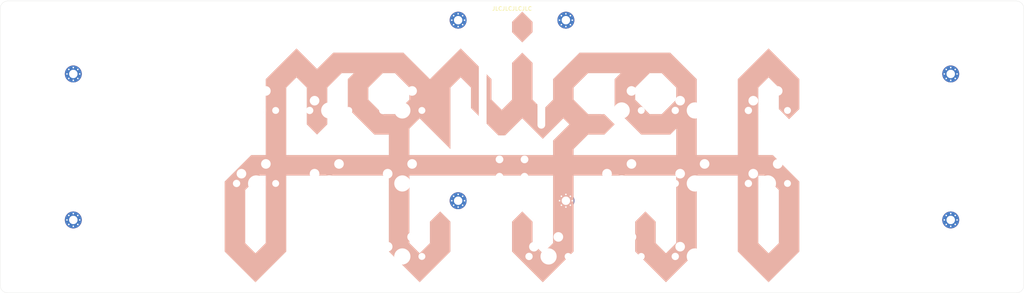
<source format=kicad_pcb>
(kicad_pcb (version 20171130) (host pcbnew "(5.1.4)-1")

  (general
    (thickness 1.6)
    (drawings 9)
    (tracks 0)
    (zones 0)
    (modules 54)
    (nets 9)
  )

  (page A3)
  (layers
    (0 F.Cu signal)
    (31 B.Cu signal)
    (32 B.Adhes user)
    (33 F.Adhes user)
    (34 B.Paste user)
    (35 F.Paste user)
    (36 B.SilkS user)
    (37 F.SilkS user)
    (38 B.Mask user)
    (39 F.Mask user)
    (40 Dwgs.User user)
    (41 Cmts.User user)
    (42 Eco1.User user)
    (43 Eco2.User user)
    (44 Edge.Cuts user)
    (45 Margin user)
    (46 B.CrtYd user)
    (47 F.CrtYd user)
    (48 B.Fab user)
    (49 F.Fab user)
  )

  (setup
    (last_trace_width 0.3)
    (trace_clearance 0.2)
    (zone_clearance 0.508)
    (zone_45_only no)
    (trace_min 0.2)
    (via_size 0.8)
    (via_drill 0.4)
    (via_min_size 0.4)
    (via_min_drill 0.3)
    (uvia_size 0.3)
    (uvia_drill 0.1)
    (uvias_allowed no)
    (uvia_min_size 0.2)
    (uvia_min_drill 0.1)
    (edge_width 0.05)
    (segment_width 0.2)
    (pcb_text_width 0.3)
    (pcb_text_size 1.5 1.5)
    (mod_edge_width 0.12)
    (mod_text_size 1 1)
    (mod_text_width 0.15)
    (pad_size 1.75 1.75)
    (pad_drill 1.7018)
    (pad_to_mask_clearance 0.051)
    (solder_mask_min_width 0.25)
    (aux_axis_origin 209 171)
    (visible_elements 7FFFF7FF)
    (pcbplotparams
      (layerselection 0x010f0_ffffffff)
      (usegerberextensions true)
      (usegerberattributes false)
      (usegerberadvancedattributes false)
      (creategerberjobfile false)
      (excludeedgelayer true)
      (linewidth 0.100000)
      (plotframeref false)
      (viasonmask false)
      (mode 1)
      (useauxorigin false)
      (hpglpennumber 1)
      (hpglpenspeed 20)
      (hpglpendiameter 15.000000)
      (psnegative false)
      (psa4output false)
      (plotreference true)
      (plotvalue true)
      (plotinvisibletext false)
      (padsonsilk false)
      (subtractmaskfromsilk true)
      (outputformat 1)
      (mirror false)
      (drillshape 0)
      (scaleselection 1)
      (outputdirectory "../gerbers/"))
  )

  (net 0 "")
  (net 1 "Net-(H1-Pad1)")
  (net 2 "Net-(H2-Pad1)")
  (net 3 "Net-(H3-Pad1)")
  (net 4 "Net-(H4-Pad1)")
  (net 5 "Net-(H5-Pad1)")
  (net 6 "Net-(H6-Pad1)")
  (net 7 "Net-(H7-Pad1)")
  (net 8 "Net-(H8-Pad1)")

  (net_class Default "This is the default net class."
    (clearance 0.2)
    (trace_width 0.3)
    (via_dia 0.8)
    (via_drill 0.4)
    (uvia_dia 0.3)
    (uvia_drill 0.1)
    (diff_pair_width 0.2)
    (diff_pair_gap 0.3)
    (add_net "Net-(H1-Pad1)")
    (add_net "Net-(H2-Pad1)")
    (add_net "Net-(H3-Pad1)")
    (add_net "Net-(H4-Pad1)")
    (add_net "Net-(H5-Pad1)")
    (add_net "Net-(H6-Pad1)")
    (add_net "Net-(H7-Pad1)")
    (add_net "Net-(H8-Pad1)")
  )

  (net_class Power ""
    (clearance 0.2)
    (trace_width 0.5)
    (via_dia 0.8)
    (via_drill 0.4)
    (uvia_dia 0.3)
    (uvia_drill 0.1)
    (diff_pair_width 0.2)
    (diff_pair_gap 0.3)
  )

  (module horizon-footprints:Logo_Horizon_Huge (layer B.Cu) (tedit 6123F211) (tstamp 61244413)
    (at 209 133 180)
    (fp_text reference G*** (at 0 -11) (layer B.SilkS) hide
      (effects (font (size 1.524 1.524) (thickness 0.3)) (justify mirror))
    )
    (fp_text value LOGO (at 0.75 -13) (layer B.SilkS) hide
      (effects (font (size 1.524 1.524) (thickness 0.3)) (justify mirror))
    )
    (fp_poly (pts (xy -62.666033 21.649266) (xy -58.665534 17.648773) (xy -58.665534 -2.116667) (xy -48.006 -2.116667)
      (xy -48.006 4.770932) (xy -42.663534 4.770932) (xy -42.663534 -2.116667) (xy -16.002 -2.116667)
      (xy -16.002 -0.554581) (xy -17.88371 1.327143) (xy -19.765419 3.208867) (xy -23.99864 3.208867)
      (xy -25.334334 4.54446) (xy -26.670027 5.880053) (xy -26.670005 5.880076) (xy -14.892856 5.880076)
      (xy -10.668 1.655246) (xy -10.668 -2.116667) (xy 26.661533 -2.116667) (xy 26.661533 3.208867)
      (xy 32.004 3.208867) (xy 32.004 -2.116667) (xy 58.665533 -2.116667) (xy 58.665533 15.44746)
      (xy 57.67705 16.433826) (xy 57.562588 16.548033) (xy 57.44743 16.662918) (xy 57.332526 16.777532)
      (xy 57.218828 16.890927) (xy 57.107287 17.002155) (xy 56.998853 17.110269) (xy 56.894479 17.214319)
      (xy 56.795114 17.313358) (xy 56.701711 17.406439) (xy 56.61522 17.492612) (xy 56.536593 17.570929)
      (xy 56.466781 17.640444) (xy 56.406734 17.700207) (xy 56.357404 17.74927) (xy 56.343535 17.763055)
      (xy 55.998504 18.105917) (xy 54.665019 16.772452) (xy 53.331533 15.438987) (xy 53.331533 5.88008)
      (xy 50.664533 3.21312) (xy 47.997533 5.88008) (xy 47.997533 15.447419) (xy 46.115824 17.329143)
      (xy 44.234114 19.210867) (xy 41.109934 19.210867) (xy 41.890967 18.429799) (xy 42.672 17.648732)
      (xy 42.672 10.113441) (xy 39.21972 6.661154) (xy 35.767441 3.208867) (xy 32.004 3.208867)
      (xy 26.661533 3.208867) (xy 26.661533 4.779413) (xy 25.330157 6.11081) (xy 23.99878 7.442207)
      (xy 20.00039 3.443823) (xy 16.002 -0.55456) (xy 16.002 15.438987) (xy 15.99354 15.447447)
      (xy 26.67 15.447447) (xy 26.67 12.314781) (xy 28.551709 10.433057) (xy 30.433419 8.551333)
      (xy 33.566086 8.551333) (xy 35.447809 10.433043) (xy 37.329533 12.314752) (xy 37.329533 15.447419)
      (xy 35.447824 17.329143) (xy 33.566114 19.210867) (xy 31.999781 19.210867) (xy 30.433447 19.210866)
      (xy 28.551724 17.329157) (xy 26.67 15.447447) (xy 15.99354 15.447447) (xy 14.6685 16.772467)
      (xy 13.335 18.105946) (xy 12.0015 16.772466) (xy 10.668 15.438987) (xy 10.668 10.113426)
      (xy 6.667851 6.113284) (xy 6.449463 5.894909) (xy 6.234034 5.679515) (xy 6.021873 5.467414)
      (xy 5.813292 5.258915) (xy 5.608601 5.054327) (xy 5.408111 4.85396) (xy 5.212131 4.658125)
      (xy 5.020972 4.46713) (xy 4.834944 4.281287) (xy 4.654359 4.100904) (xy 4.479525 3.926291)
      (xy 4.310755 3.757758) (xy 4.148358 3.595615) (xy 3.992644 3.440172) (xy 3.843924 3.291738)
      (xy 3.702509 3.150624) (xy 3.568708 3.017138) (xy 3.442833 2.891591) (xy 3.325194 2.774293)
      (xy 3.2161 2.665554) (xy 3.115863 2.565682) (xy 3.024793 2.474989) (xy 2.9432 2.393783)
      (xy 2.871395 2.322374) (xy 2.809688 2.261073) (xy 2.75839 2.210189) (xy 2.717811 2.170032)
      (xy 2.688261 2.140912) (xy 2.670051 2.123138) (xy 2.663491 2.117021) (xy 2.663476 2.117021)
      (xy 2.657268 2.123205) (xy 2.639466 2.140982) (xy 2.610452 2.169969) (xy 2.570606 2.209787)
      (xy 2.52031 2.260053) (xy 2.459945 2.320389) (xy 2.389892 2.390411) (xy 2.310531 2.469741)
      (xy 2.222244 2.557995) (xy 2.125411 2.654795) (xy 2.020415 2.759758) (xy 1.907635 2.872504)
      (xy 1.787453 2.992653) (xy 1.66025 3.119822) (xy 1.526407 3.253631) (xy 1.386305 3.3937)
      (xy 1.240325 3.539647) (xy 1.088847 3.691091) (xy 0.932254 3.847652) (xy 0.770925 4.008948)
      (xy 0.605243 4.174599) (xy 0.435588 4.344224) (xy 0.26234 4.517442) (xy 0.085882 4.693871)
      (xy -0.001787 4.781526) (xy -2.662824 7.442153) (xy -5.32979 4.775176) (xy -7.996757 2.1082)
      (xy -13.330789 7.442212) (xy -14.111823 6.661144) (xy -14.892856 5.880076) (xy -26.670005 5.880076)
      (xy -23.998787 8.551333) (xy -19.765448 8.551333) (xy -17.883724 10.433043) (xy -16.002 12.314752)
      (xy -16.002 15.448811) (xy -17.885242 17.329839) (xy -19.768483 19.210867) (xy -28.223509 19.210867)
      (xy -26.661533 17.648551) (xy -26.661533 10.113441) (xy -30.113813 6.661154) (xy -33.566092 3.208867)
      (xy -41.101399 3.208867) (xy -41.882466 3.989899) (xy -42.663534 4.770932) (xy -48.006 4.770932)
      (xy -48.006 15.447447) (xy -42.663534 15.447447) (xy -42.663534 12.314781) (xy -38.900114 8.551333)
      (xy -35.767448 8.551333) (xy -33.885724 10.433043) (xy -32.004 12.314752) (xy -32.004 15.447419)
      (xy -33.88571 17.329143) (xy -35.767419 19.210867) (xy -37.333753 19.210867) (xy -38.900086 19.210866)
      (xy -40.78181 17.329157) (xy -42.663534 15.447447) (xy -48.006 15.447447) (xy -48.006 17.648717)
      (xy -44.557964 21.096792) (xy -41.109929 24.544866) (xy -29.332777 24.544866) (xy -17.555626 24.544867)
      (xy -10.668 17.657225) (xy -10.668 12.323213) (xy -9.332373 10.987606) (xy -7.996747 9.652)
      (xy -6.665373 10.983393) (xy -5.334 12.314787) (xy -5.334 21.88212) (xy -2.667 24.54908)
      (xy 0 21.88212) (xy 0 12.323213) (xy 2.667 9.656253) (xy 5.334 12.323213)
      (xy 5.334 17.648831) (xy 9.330627 21.645066) (xy 9.548946 21.863363) (xy 9.764307 22.078701)
      (xy 9.976397 22.290768) (xy 10.184906 22.499253) (xy 10.389523 22.703846) (xy 10.589938 22.904236)
      (xy 10.785841 23.100113) (xy 10.976919 23.291166) (xy 11.162864 23.477084) (xy 11.343363 23.657557)
      (xy 11.518107 23.832275) (xy 11.686785 24.000925) (xy 11.849085 24.163199) (xy 12.004698 24.318785)
      (xy 12.153312 24.467373) (xy 12.294618 24.608652) (xy 12.428304 24.742311) (xy 12.554059 24.86804)
      (xy 12.671574 24.985529) (xy 12.780537 25.094466) (xy 12.880637 25.194541) (xy 12.971564 25.285443)
      (xy 13.053008 25.366862) (xy 13.124657 25.438488) (xy 13.186201 25.500008) (xy 13.23733 25.551114)
      (xy 13.277732 25.591494) (xy 13.307097 25.620838) (xy 13.325114 25.638835) (xy 13.331472 25.645174)
      (xy 13.331478 25.645179) (xy 13.337644 25.639455) (xy 13.35547 25.622065) (xy 13.384646 25.593319)
      (xy 13.424862 25.553526) (xy 13.475807 25.502996) (xy 13.53717 25.442038) (xy 13.608642 25.370964)
      (xy 13.689911 25.290082) (xy 13.780667 25.199703) (xy 13.880599 25.100137) (xy 13.989397 24.991693)
      (xy 14.106751 24.87468) (xy 14.23235 24.74941) (xy 14.365884 24.616192) (xy 14.507042 24.475336)
      (xy 14.655513 24.327151) (xy 14.810987 24.171948) (xy 14.973154 24.010036) (xy 15.141702 23.841726)
      (xy 15.316323 23.667326) (xy 15.496704 23.487148) (xy 15.682536 23.3015) (xy 15.873508 23.110693)
      (xy 16.069309 22.915037) (xy 16.26963 22.714841) (xy 16.474159 22.510416) (xy 16.682586 22.302071)
      (xy 16.894601 22.090115) (xy 17.109893 21.87486) (xy 17.328152 21.656615) (xy 17.333738 21.651028)
      (xy 21.331774 17.652999) (xy 24.7777 21.098933) (xy 28.223625 24.544866) (xy 37.333769 24.544867)
      (xy 46.443913 24.544867) (xy 50.668755 20.319999) (xy 53.331533 22.982766) (xy 53.50949 23.160704)
      (xy 53.684442 23.3356) (xy 53.856008 23.507074) (xy 54.023805 23.674745) (xy 54.187453 23.838233)
      (xy 54.34657 23.997159) (xy 54.500774 24.151141) (xy 54.649684 24.2998) (xy 54.792918 24.442754)
      (xy 54.930096 24.579625) (xy 55.060835 24.710032) (xy 55.184755 24.833594) (xy 55.301473 24.949931)
      (xy 55.410608 25.058663) (xy 55.511779 25.159409) (xy 55.604604 25.25179) (xy 55.688702 25.335425)
      (xy 55.763692 25.409935) (xy 55.829191 25.474937) (xy 55.884819 25.530053) (xy 55.930193 25.574903)
      (xy 55.964933 25.609105) (xy 55.988657 25.632279) (xy 56.000984 25.644046) (xy 56.002754 25.645533)
      (xy 56.009152 25.639597) (xy 56.02721 25.621994) (xy 56.056616 25.593036) (xy 56.09706 25.553033)
      (xy 56.148231 25.502295) (xy 56.209817 25.441132) (xy 56.281508 25.369856) (xy 56.362992 25.288776)
      (xy 56.453958 25.198203) (xy 56.554095 25.098448) (xy 56.663093 24.98982) (xy 56.780639 24.872631)
      (xy 56.906423 24.74719) (xy 57.040135 24.613808) (xy 57.181462 24.472796) (xy 57.330093 24.324463)
      (xy 57.485718 24.169121) (xy 57.648026 24.00708) (xy 57.816705 23.83865) (xy 57.991445 23.664141)
      (xy 58.171934 23.483864) (xy 58.357861 23.29813) (xy 58.548915 23.107249) (xy 58.744785 22.911531)
      (xy 58.94516 22.711286) (xy 59.149729 22.506826) (xy 59.358181 22.298461) (xy 59.570204 22.0865)
      (xy 59.785489 21.871255) (xy 60.003722 21.653035) (xy 60.005366 21.651392) (xy 63.999533 17.65725)
      (xy 63.999533 -2.116667) (xy 67.771441 -2.116667) (xy 74.667533 -9.012775) (xy 74.667533 -27.224574)
      (xy 66.666533 -35.22556) (xy 58.665533 -27.224574) (xy 58.665533 -7.450667) (xy 63.999533 -7.450667)
      (xy 63.999533 -25.014747) (xy 65.330906 -26.34614) (xy 65.456311 -26.471528) (xy 65.578552 -26.593716)
      (xy 65.697091 -26.712167) (xy 65.811388 -26.826342) (xy 65.920903 -26.935705) (xy 66.025097 -27.039718)
      (xy 66.123431 -27.137841) (xy 66.215365 -27.229539) (xy 66.300359 -27.314273) (xy 66.377875 -27.391505)
      (xy 66.447372 -27.460697) (xy 66.508311 -27.521313) (xy 66.560153 -27.572813) (xy 66.602358 -27.614661)
      (xy 66.634387 -27.646318) (xy 66.6557 -27.667246) (xy 66.665758 -27.676909) (xy 66.666513 -27.677533)
      (xy 66.672811 -27.671634) (xy 66.690539 -27.654295) (xy 66.719158 -27.626053) (xy 66.758128 -27.587447)
      (xy 66.806909 -27.539014) (xy 66.864963 -27.481292) (xy 66.931749 -27.414819) (xy 67.006728 -27.340132)
      (xy 67.089361 -27.25777) (xy 67.179108 -27.16827) (xy 67.27543 -27.072169) (xy 67.377788 -26.970006)
      (xy 67.485641 -26.862319) (xy 67.59845 -26.749644) (xy 67.715676 -26.63252) (xy 67.836779 -26.511485)
      (xy 67.961221 -26.387077) (xy 68.00214 -26.34616) (xy 69.333533 -25.014787) (xy 69.333533 -11.222581)
      (xy 65.561647 -7.450667) (xy 63.999533 -7.450667) (xy 58.665533 -7.450667) (xy 32.004 -7.450667)
      (xy 32.004 -27.216107) (xy 28.00138 -31.21872) (xy 23.99876 -35.221334) (xy 16.002 -27.22456)
      (xy 16.002 -19.452147) (xy 18.669 -16.785187) (xy 21.336 -19.452147) (xy 21.336 -25.014787)
      (xy 22.667393 -26.34616) (xy 23.998787 -27.677534) (xy 25.33016 -26.34614) (xy 26.661533 -25.014747)
      (xy 26.661533 -7.450667) (xy -10.668 -7.450667) (xy -10.668438 -16.232717) (xy -10.668875 -25.014767)
      (xy -9.333004 -26.346323) (xy -7.997132 -27.677879) (xy -5.334 -25.014787) (xy -5.334 -19.452147)
      (xy -2.667 -16.785187) (xy 0 -19.452147) (xy 0 -27.224574) (xy -8.001 -35.22556)
      (xy -16.002 -27.224574) (xy -16.002 -7.450667) (xy -42.663534 -7.450667) (xy -42.663534 -16.232727)
      (xy -42.663533 -25.014787) (xy -41.33214 -26.34616) (xy -40.000747 -27.677534) (xy -38.669373 -26.34614)
      (xy -37.338 -25.014747) (xy -37.338 -19.452187) (xy -36.006627 -18.120794) (xy -35.881182 -17.995384)
      (xy -35.758864 -17.873175) (xy -35.640216 -17.754705) (xy -35.525778 -17.640512) (xy -35.416093 -17.531134)
      (xy -35.311701 -17.427108) (xy -35.213144 -17.328974) (xy -35.120964 -17.237269) (xy -35.035703 -17.152531)
      (xy -34.9579 -17.075299) (xy -34.888099 -17.006109) (xy -34.826841 -16.945501) (xy -34.774666 -16.894013)
      (xy -34.732117 -16.852182) (xy -34.699736 -16.820546) (xy -34.678062 -16.799644) (xy -34.667639 -16.790013)
      (xy -34.666767 -16.7894) (xy -34.660066 -16.795302) (xy -34.641942 -16.812647) (xy -34.612935 -16.840899)
      (xy -34.573588 -16.879519) (xy -34.524442 -16.927969) (xy -34.466038 -16.985711) (xy -34.398917 -17.052206)
      (xy -34.323622 -17.126918) (xy -34.240694 -17.209307) (xy -34.150674 -17.298837) (xy -34.054103 -17.394967)
      (xy -33.951524 -17.497162) (xy -33.843478 -17.604882) (xy -33.730505 -17.717589) (xy -33.613148 -17.834746)
      (xy -33.491948 -17.955815) (xy -33.367447 -18.080256) (xy -33.326907 -18.120794) (xy -31.995533 -19.452187)
      (xy -31.995533 -27.216107) (xy -35.998154 -31.21872) (xy -40.000774 -35.221334) (xy -44.003387 -31.218713)
      (xy -48.006 -27.216093) (xy -48.006 -7.450667) (xy -58.665534 -7.450667) (xy -58.665534 -17.33762)
      (xy -58.665533 -27.224574) (xy -62.66392 -31.222954) (xy -62.882271 -31.441298) (xy -63.097664 -31.656671)
      (xy -63.309786 -31.868763) (xy -63.518329 -32.077263) (xy -63.722981 -32.281861) (xy -63.923432 -32.482247)
      (xy -64.119372 -32.678111) (xy -64.310489 -32.869142) (xy -64.496473 -33.05503) (xy -64.677014 -33.235465)
      (xy -64.851802 -33.410137) (xy -65.020525 -33.578736) (xy -65.182873 -33.740951) (xy -65.338536 -33.896472)
      (xy -65.487203 -34.04499) (xy -65.628563 -34.186193) (xy -65.762306 -34.319771) (xy -65.888122 -34.445415)
      (xy -66.0057 -34.562815) (xy -66.114729 -34.671659) (xy -66.214899 -34.771638) (xy -66.3059 -34.862441)
      (xy -66.38742 -34.943759) (xy -66.459149 -35.015281) (xy -66.520777 -35.076697) (xy -66.571994 -35.127697)
      (xy -66.612488 -35.167971) (xy -66.641949 -35.197207) (xy -66.660067 -35.215097) (xy -66.666531 -35.22133)
      (xy -66.66654 -35.221334) (xy -66.672707 -35.215398) (xy -66.690536 -35.197797) (xy -66.719716 -35.168842)
      (xy -66.759936 -35.128842) (xy -66.810887 -35.078107) (xy -66.872257 -35.016949) (xy -66.943737 -34.945677)
      (xy -67.025015 -34.864601) (xy -67.115781 -34.774032) (xy -67.215724 -34.67428) (xy -67.324534 -34.565654)
      (xy -67.441901 -34.448466) (xy -67.567513 -34.323025) (xy -67.701061 -34.189642) (xy -67.842233 -34.048626)
      (xy -67.99072 -33.900289) (xy -68.146211 -33.744939) (xy -68.308395 -33.582888) (xy -68.476961 -33.414446)
      (xy -68.6516 -33.239922) (xy -68.832 -33.059628) (xy -69.017851 -32.873872) (xy -69.208842 -32.682966)
      (xy -69.404664 -32.48722) (xy -69.605005 -32.286944) (xy -69.809555 -32.082447) (xy -70.018004 -31.874041)
      (xy -70.23004 -31.662036) (xy -70.445353 -31.446741) (xy -70.663634 -31.228467) (xy -70.669154 -31.222947)
      (xy -74.667533 -27.22456) (xy -74.667533 -11.222553) (xy -69.333534 -11.222553) (xy -69.333533 -18.11865)
      (xy -69.333533 -25.014747) (xy -68.00216 -26.34614) (xy -67.876756 -26.471528) (xy -67.754514 -26.593716)
      (xy -67.635975 -26.712167) (xy -67.521679 -26.826342) (xy -67.412163 -26.935705) (xy -67.307969 -27.039718)
      (xy -67.209636 -27.137841) (xy -67.117702 -27.229539) (xy -67.032707 -27.314273) (xy -66.955192 -27.391505)
      (xy -66.885695 -27.460697) (xy -66.824756 -27.521313) (xy -66.772914 -27.572813) (xy -66.730709 -27.614661)
      (xy -66.69868 -27.646318) (xy -66.677367 -27.667246) (xy -66.667309 -27.676909) (xy -66.666554 -27.677533)
      (xy -66.660256 -27.671634) (xy -66.642527 -27.654295) (xy -66.613909 -27.626053) (xy -66.574939 -27.587447)
      (xy -66.526158 -27.539014) (xy -66.468104 -27.481292) (xy -66.401318 -27.414819) (xy -66.326339 -27.340132)
      (xy -66.243706 -27.25777) (xy -66.153958 -27.16827) (xy -66.057636 -27.072169) (xy -65.955279 -26.970006)
      (xy -65.847426 -26.862319) (xy -65.734617 -26.749644) (xy -65.617391 -26.63252) (xy -65.496287 -26.511485)
      (xy -65.371846 -26.387077) (xy -65.330927 -26.34616) (xy -63.999533 -25.014787) (xy -63.999533 -7.450667)
      (xy -65.561619 -7.450667) (xy -67.447576 -9.33661) (xy -69.333534 -11.222553) (xy -74.667533 -11.222553)
      (xy -74.667533 -9.012759) (xy -71.21948 -5.564713) (xy -67.771426 -2.116667) (xy -63.999533 -2.116667)
      (xy -63.999533 15.438987) (xy -65.333033 16.772466) (xy -66.666533 18.105946) (xy -68.000033 16.772467)
      (xy -69.333533 15.438987) (xy -69.333533 9.876346) (xy -70.667033 8.542867) (xy -72.000533 7.209387)
      (xy -73.334033 8.542867) (xy -74.667533 9.876346) (xy -74.667533 17.648773) (xy -70.667033 21.649266)
      (xy -66.666534 25.64976) (xy -62.666033 21.649266)) (layer B.SilkS) (width 0.01))
    (fp_poly (pts (xy -1.3335 33.8836) (xy 0 32.55012) (xy 0 29.874613) (xy -1.331394 28.54324)
      (xy -2.662787 27.211867) (xy -3.998394 28.547493) (xy -5.334 29.88312) (xy -5.334 32.55012)
      (xy -4.0005 33.8836) (xy -2.667 35.217079) (xy -1.3335 33.8836)) (layer B.SilkS) (width 0.01))
  )

  (module horizon-footprints:Mount_M2 (layer F.Cu) (tedit 61231738) (tstamp 611975E8)
    (at 223 147)
    (descr "Mounting Hole 2.2mm, M2")
    (tags "mounting hole 2.2mm m2")
    (path /610E42CD)
    (attr virtual)
    (fp_text reference H4 (at 0 3.5) (layer F.SilkS) hide
      (effects (font (size 1 1) (thickness 0.15)))
    )
    (fp_text value Hole_Pad (at 0 5) (layer F.Fab)
      (effects (font (size 1 1) (thickness 0.15)))
    )
    (fp_circle (center 0 0) (end 2.45 0) (layer F.CrtYd) (width 0.05))
    (fp_circle (center 0 0) (end 2.2 0) (layer Cmts.User) (width 0.15))
    (pad 1 thru_hole circle (at 1.166726 -1.166726) (size 0.7 0.7) (drill 0.4) (layers *.Cu *.Mask)
      (net 4 "Net-(H4-Pad1)"))
    (pad 1 thru_hole circle (at 0 -1.65) (size 0.7 0.7) (drill 0.4) (layers *.Cu *.Mask)
      (net 4 "Net-(H4-Pad1)"))
    (pad 1 thru_hole circle (at -1.166726 -1.166726) (size 0.7 0.7) (drill 0.4) (layers *.Cu *.Mask)
      (net 4 "Net-(H4-Pad1)"))
    (pad 1 thru_hole circle (at -1.65 0) (size 0.7 0.7) (drill 0.4) (layers *.Cu *.Mask)
      (net 4 "Net-(H4-Pad1)"))
    (pad 1 thru_hole circle (at -1.166726 1.166726) (size 0.7 0.7) (drill 0.4) (layers *.Cu *.Mask)
      (net 4 "Net-(H4-Pad1)"))
    (pad 1 thru_hole circle (at 0 1.65) (size 0.7 0.7) (drill 0.4) (layers *.Cu *.Mask)
      (net 4 "Net-(H4-Pad1)"))
    (pad 1 thru_hole circle (at 1.166726 1.166726) (size 0.7 0.7) (drill 0.4) (layers *.Cu *.Mask)
      (net 4 "Net-(H4-Pad1)"))
    (pad 1 thru_hole circle (at 1.65 0) (size 0.7 0.7) (drill 0.4) (layers *.Cu *.Mask)
      (net 4 "Net-(H4-Pad1)"))
    (pad 1 thru_hole circle (at 0 0) (size 4.4 4.4) (drill 2.2) (layers *.Cu *.Mask)
      (net 4 "Net-(H4-Pad1)"))
  )

  (module horizon-footprints:Mount_M2 (layer F.Cu) (tedit 61231738) (tstamp 611975D9)
    (at 195 147)
    (descr "Mounting Hole 2.2mm, M2")
    (tags "mounting hole 2.2mm m2")
    (path /610E42C7)
    (attr virtual)
    (fp_text reference H3 (at 0 3.5) (layer F.SilkS) hide
      (effects (font (size 1 1) (thickness 0.15)))
    )
    (fp_text value Hole_Pad (at 0 5) (layer F.Fab)
      (effects (font (size 1 1) (thickness 0.15)))
    )
    (fp_circle (center 0 0) (end 2.45 0) (layer F.CrtYd) (width 0.05))
    (fp_circle (center 0 0) (end 2.2 0) (layer Cmts.User) (width 0.15))
    (pad 1 thru_hole circle (at 1.166726 -1.166726) (size 0.7 0.7) (drill 0.4) (layers *.Cu *.Mask)
      (net 3 "Net-(H3-Pad1)"))
    (pad 1 thru_hole circle (at 0 -1.65) (size 0.7 0.7) (drill 0.4) (layers *.Cu *.Mask)
      (net 3 "Net-(H3-Pad1)"))
    (pad 1 thru_hole circle (at -1.166726 -1.166726) (size 0.7 0.7) (drill 0.4) (layers *.Cu *.Mask)
      (net 3 "Net-(H3-Pad1)"))
    (pad 1 thru_hole circle (at -1.65 0) (size 0.7 0.7) (drill 0.4) (layers *.Cu *.Mask)
      (net 3 "Net-(H3-Pad1)"))
    (pad 1 thru_hole circle (at -1.166726 1.166726) (size 0.7 0.7) (drill 0.4) (layers *.Cu *.Mask)
      (net 3 "Net-(H3-Pad1)"))
    (pad 1 thru_hole circle (at 0 1.65) (size 0.7 0.7) (drill 0.4) (layers *.Cu *.Mask)
      (net 3 "Net-(H3-Pad1)"))
    (pad 1 thru_hole circle (at 1.166726 1.166726) (size 0.7 0.7) (drill 0.4) (layers *.Cu *.Mask)
      (net 3 "Net-(H3-Pad1)"))
    (pad 1 thru_hole circle (at 1.65 0) (size 0.7 0.7) (drill 0.4) (layers *.Cu *.Mask)
      (net 3 "Net-(H3-Pad1)"))
    (pad 1 thru_hole circle (at 0 0) (size 4.4 4.4) (drill 2.2) (layers *.Cu *.Mask)
      (net 3 "Net-(H3-Pad1)"))
  )

  (module horizon-footprints:Mount_M2 (layer F.Cu) (tedit 61231738) (tstamp 611975CA)
    (at 223 100)
    (descr "Mounting Hole 2.2mm, M2")
    (tags "mounting hole 2.2mm m2")
    (path /610D9935)
    (attr virtual)
    (fp_text reference H2 (at 0 3.5) (layer F.SilkS) hide
      (effects (font (size 1 1) (thickness 0.15)))
    )
    (fp_text value Hole_Pad (at 0 5) (layer F.Fab)
      (effects (font (size 1 1) (thickness 0.15)))
    )
    (fp_circle (center 0 0) (end 2.45 0) (layer F.CrtYd) (width 0.05))
    (fp_circle (center 0 0) (end 2.2 0) (layer Cmts.User) (width 0.15))
    (pad 1 thru_hole circle (at 1.166726 -1.166726) (size 0.7 0.7) (drill 0.4) (layers *.Cu *.Mask)
      (net 2 "Net-(H2-Pad1)"))
    (pad 1 thru_hole circle (at 0 -1.65) (size 0.7 0.7) (drill 0.4) (layers *.Cu *.Mask)
      (net 2 "Net-(H2-Pad1)"))
    (pad 1 thru_hole circle (at -1.166726 -1.166726) (size 0.7 0.7) (drill 0.4) (layers *.Cu *.Mask)
      (net 2 "Net-(H2-Pad1)"))
    (pad 1 thru_hole circle (at -1.65 0) (size 0.7 0.7) (drill 0.4) (layers *.Cu *.Mask)
      (net 2 "Net-(H2-Pad1)"))
    (pad 1 thru_hole circle (at -1.166726 1.166726) (size 0.7 0.7) (drill 0.4) (layers *.Cu *.Mask)
      (net 2 "Net-(H2-Pad1)"))
    (pad 1 thru_hole circle (at 0 1.65) (size 0.7 0.7) (drill 0.4) (layers *.Cu *.Mask)
      (net 2 "Net-(H2-Pad1)"))
    (pad 1 thru_hole circle (at 1.166726 1.166726) (size 0.7 0.7) (drill 0.4) (layers *.Cu *.Mask)
      (net 2 "Net-(H2-Pad1)"))
    (pad 1 thru_hole circle (at 1.65 0) (size 0.7 0.7) (drill 0.4) (layers *.Cu *.Mask)
      (net 2 "Net-(H2-Pad1)"))
    (pad 1 thru_hole circle (at 0 0) (size 4.4 4.4) (drill 2.2) (layers *.Cu *.Mask)
      (net 2 "Net-(H2-Pad1)"))
  )

  (module horizon-footprints:Mount_M2 (layer F.Cu) (tedit 61231738) (tstamp 611975BB)
    (at 195 100)
    (descr "Mounting Hole 2.2mm, M2")
    (tags "mounting hole 2.2mm m2")
    (path /610D7EE0)
    (attr virtual)
    (fp_text reference H1 (at 0 3.5) (layer F.SilkS) hide
      (effects (font (size 1 1) (thickness 0.15)))
    )
    (fp_text value Hole_Pad (at 0 5) (layer F.Fab)
      (effects (font (size 1 1) (thickness 0.15)))
    )
    (fp_circle (center 0 0) (end 2.45 0) (layer F.CrtYd) (width 0.05))
    (fp_circle (center 0 0) (end 2.2 0) (layer Cmts.User) (width 0.15))
    (pad 1 thru_hole circle (at 1.166726 -1.166726) (size 0.7 0.7) (drill 0.4) (layers *.Cu *.Mask)
      (net 1 "Net-(H1-Pad1)"))
    (pad 1 thru_hole circle (at 0 -1.65) (size 0.7 0.7) (drill 0.4) (layers *.Cu *.Mask)
      (net 1 "Net-(H1-Pad1)"))
    (pad 1 thru_hole circle (at -1.166726 -1.166726) (size 0.7 0.7) (drill 0.4) (layers *.Cu *.Mask)
      (net 1 "Net-(H1-Pad1)"))
    (pad 1 thru_hole circle (at -1.65 0) (size 0.7 0.7) (drill 0.4) (layers *.Cu *.Mask)
      (net 1 "Net-(H1-Pad1)"))
    (pad 1 thru_hole circle (at -1.166726 1.166726) (size 0.7 0.7) (drill 0.4) (layers *.Cu *.Mask)
      (net 1 "Net-(H1-Pad1)"))
    (pad 1 thru_hole circle (at 0 1.65) (size 0.7 0.7) (drill 0.4) (layers *.Cu *.Mask)
      (net 1 "Net-(H1-Pad1)"))
    (pad 1 thru_hole circle (at 1.166726 1.166726) (size 0.7 0.7) (drill 0.4) (layers *.Cu *.Mask)
      (net 1 "Net-(H1-Pad1)"))
    (pad 1 thru_hole circle (at 1.65 0) (size 0.7 0.7) (drill 0.4) (layers *.Cu *.Mask)
      (net 1 "Net-(H1-Pad1)"))
    (pad 1 thru_hole circle (at 0 0) (size 4.4 4.4) (drill 2.2) (layers *.Cu *.Mask)
      (net 1 "Net-(H1-Pad1)"))
  )

  (module horizon-footprints:Mount_M2 (layer F.Cu) (tedit 61231738) (tstamp 61228CB2)
    (at 323 114)
    (descr "Mounting Hole 2.2mm, M2")
    (tags "mounting hole 2.2mm m2")
    (path /6146CADA)
    (attr virtual)
    (fp_text reference H7 (at 0 3.5) (layer F.SilkS) hide
      (effects (font (size 1 1) (thickness 0.15)))
    )
    (fp_text value Hole_Pad (at 0 5) (layer F.Fab)
      (effects (font (size 1 1) (thickness 0.15)))
    )
    (fp_circle (center 0 0) (end 2.45 0) (layer F.CrtYd) (width 0.05))
    (fp_circle (center 0 0) (end 2.2 0) (layer Cmts.User) (width 0.15))
    (pad 1 thru_hole circle (at 1.166726 -1.166726) (size 0.7 0.7) (drill 0.4) (layers *.Cu *.Mask)
      (net 7 "Net-(H7-Pad1)"))
    (pad 1 thru_hole circle (at 0 -1.65) (size 0.7 0.7) (drill 0.4) (layers *.Cu *.Mask)
      (net 7 "Net-(H7-Pad1)"))
    (pad 1 thru_hole circle (at -1.166726 -1.166726) (size 0.7 0.7) (drill 0.4) (layers *.Cu *.Mask)
      (net 7 "Net-(H7-Pad1)"))
    (pad 1 thru_hole circle (at -1.65 0) (size 0.7 0.7) (drill 0.4) (layers *.Cu *.Mask)
      (net 7 "Net-(H7-Pad1)"))
    (pad 1 thru_hole circle (at -1.166726 1.166726) (size 0.7 0.7) (drill 0.4) (layers *.Cu *.Mask)
      (net 7 "Net-(H7-Pad1)"))
    (pad 1 thru_hole circle (at 0 1.65) (size 0.7 0.7) (drill 0.4) (layers *.Cu *.Mask)
      (net 7 "Net-(H7-Pad1)"))
    (pad 1 thru_hole circle (at 1.166726 1.166726) (size 0.7 0.7) (drill 0.4) (layers *.Cu *.Mask)
      (net 7 "Net-(H7-Pad1)"))
    (pad 1 thru_hole circle (at 1.65 0) (size 0.7 0.7) (drill 0.4) (layers *.Cu *.Mask)
      (net 7 "Net-(H7-Pad1)"))
    (pad 1 thru_hole circle (at 0 0) (size 4.4 4.4) (drill 2.2) (layers *.Cu *.Mask)
      (net 7 "Net-(H7-Pad1)"))
  )

  (module horizon-footprints:Mount_M2 (layer F.Cu) (tedit 61231738) (tstamp 61228CC2)
    (at 323 152)
    (descr "Mounting Hole 2.2mm, M2")
    (tags "mounting hole 2.2mm m2")
    (path /6146CAD4)
    (attr virtual)
    (fp_text reference H8 (at 0 3.5) (layer F.SilkS) hide
      (effects (font (size 1 1) (thickness 0.15)))
    )
    (fp_text value Hole_Pad (at 0 5) (layer F.Fab)
      (effects (font (size 1 1) (thickness 0.15)))
    )
    (fp_circle (center 0 0) (end 2.45 0) (layer F.CrtYd) (width 0.05))
    (fp_circle (center 0 0) (end 2.2 0) (layer Cmts.User) (width 0.15))
    (pad 1 thru_hole circle (at 1.166726 -1.166726) (size 0.7 0.7) (drill 0.4) (layers *.Cu *.Mask)
      (net 8 "Net-(H8-Pad1)"))
    (pad 1 thru_hole circle (at 0 -1.65) (size 0.7 0.7) (drill 0.4) (layers *.Cu *.Mask)
      (net 8 "Net-(H8-Pad1)"))
    (pad 1 thru_hole circle (at -1.166726 -1.166726) (size 0.7 0.7) (drill 0.4) (layers *.Cu *.Mask)
      (net 8 "Net-(H8-Pad1)"))
    (pad 1 thru_hole circle (at -1.65 0) (size 0.7 0.7) (drill 0.4) (layers *.Cu *.Mask)
      (net 8 "Net-(H8-Pad1)"))
    (pad 1 thru_hole circle (at -1.166726 1.166726) (size 0.7 0.7) (drill 0.4) (layers *.Cu *.Mask)
      (net 8 "Net-(H8-Pad1)"))
    (pad 1 thru_hole circle (at 0 1.65) (size 0.7 0.7) (drill 0.4) (layers *.Cu *.Mask)
      (net 8 "Net-(H8-Pad1)"))
    (pad 1 thru_hole circle (at 1.166726 1.166726) (size 0.7 0.7) (drill 0.4) (layers *.Cu *.Mask)
      (net 8 "Net-(H8-Pad1)"))
    (pad 1 thru_hole circle (at 1.65 0) (size 0.7 0.7) (drill 0.4) (layers *.Cu *.Mask)
      (net 8 "Net-(H8-Pad1)"))
    (pad 1 thru_hole circle (at 0 0) (size 4.4 4.4) (drill 2.2) (layers *.Cu *.Mask)
      (net 8 "Net-(H8-Pad1)"))
  )

  (module horizon-footprints:Mount_M2 (layer F.Cu) (tedit 61231738) (tstamp 61228C92)
    (at 95 114)
    (descr "Mounting Hole 2.2mm, M2")
    (tags "mounting hole 2.2mm m2")
    (path /6146CAE3)
    (attr virtual)
    (fp_text reference H5 (at 0 3.5) (layer F.SilkS) hide
      (effects (font (size 1 1) (thickness 0.15)))
    )
    (fp_text value Hole_Pad (at 0 5) (layer F.Fab)
      (effects (font (size 1 1) (thickness 0.15)))
    )
    (fp_circle (center 0 0) (end 2.45 0) (layer F.CrtYd) (width 0.05))
    (fp_circle (center 0 0) (end 2.2 0) (layer Cmts.User) (width 0.15))
    (pad 1 thru_hole circle (at 1.166726 -1.166726) (size 0.7 0.7) (drill 0.4) (layers *.Cu *.Mask)
      (net 5 "Net-(H5-Pad1)"))
    (pad 1 thru_hole circle (at 0 -1.65) (size 0.7 0.7) (drill 0.4) (layers *.Cu *.Mask)
      (net 5 "Net-(H5-Pad1)"))
    (pad 1 thru_hole circle (at -1.166726 -1.166726) (size 0.7 0.7) (drill 0.4) (layers *.Cu *.Mask)
      (net 5 "Net-(H5-Pad1)"))
    (pad 1 thru_hole circle (at -1.65 0) (size 0.7 0.7) (drill 0.4) (layers *.Cu *.Mask)
      (net 5 "Net-(H5-Pad1)"))
    (pad 1 thru_hole circle (at -1.166726 1.166726) (size 0.7 0.7) (drill 0.4) (layers *.Cu *.Mask)
      (net 5 "Net-(H5-Pad1)"))
    (pad 1 thru_hole circle (at 0 1.65) (size 0.7 0.7) (drill 0.4) (layers *.Cu *.Mask)
      (net 5 "Net-(H5-Pad1)"))
    (pad 1 thru_hole circle (at 1.166726 1.166726) (size 0.7 0.7) (drill 0.4) (layers *.Cu *.Mask)
      (net 5 "Net-(H5-Pad1)"))
    (pad 1 thru_hole circle (at 1.65 0) (size 0.7 0.7) (drill 0.4) (layers *.Cu *.Mask)
      (net 5 "Net-(H5-Pad1)"))
    (pad 1 thru_hole circle (at 0 0) (size 4.4 4.4) (drill 2.2) (layers *.Cu *.Mask)
      (net 5 "Net-(H5-Pad1)"))
  )

  (module horizon-footprints:Mount_M2 (layer F.Cu) (tedit 61231738) (tstamp 61228CA2)
    (at 95 152)
    (descr "Mounting Hole 2.2mm, M2")
    (tags "mounting hole 2.2mm m2")
    (path /6146CAE9)
    (attr virtual)
    (fp_text reference H6 (at 0 3.5) (layer F.SilkS) hide
      (effects (font (size 1 1) (thickness 0.15)))
    )
    (fp_text value Hole_Pad (at 0 5) (layer F.Fab)
      (effects (font (size 1 1) (thickness 0.15)))
    )
    (fp_circle (center 0 0) (end 2.45 0) (layer F.CrtYd) (width 0.05))
    (fp_circle (center 0 0) (end 2.2 0) (layer Cmts.User) (width 0.15))
    (pad 1 thru_hole circle (at 1.166726 -1.166726) (size 0.7 0.7) (drill 0.4) (layers *.Cu *.Mask)
      (net 6 "Net-(H6-Pad1)"))
    (pad 1 thru_hole circle (at 0 -1.65) (size 0.7 0.7) (drill 0.4) (layers *.Cu *.Mask)
      (net 6 "Net-(H6-Pad1)"))
    (pad 1 thru_hole circle (at -1.166726 -1.166726) (size 0.7 0.7) (drill 0.4) (layers *.Cu *.Mask)
      (net 6 "Net-(H6-Pad1)"))
    (pad 1 thru_hole circle (at -1.65 0) (size 0.7 0.7) (drill 0.4) (layers *.Cu *.Mask)
      (net 6 "Net-(H6-Pad1)"))
    (pad 1 thru_hole circle (at -1.166726 1.166726) (size 0.7 0.7) (drill 0.4) (layers *.Cu *.Mask)
      (net 6 "Net-(H6-Pad1)"))
    (pad 1 thru_hole circle (at 0 1.65) (size 0.7 0.7) (drill 0.4) (layers *.Cu *.Mask)
      (net 6 "Net-(H6-Pad1)"))
    (pad 1 thru_hole circle (at 1.166726 1.166726) (size 0.7 0.7) (drill 0.4) (layers *.Cu *.Mask)
      (net 6 "Net-(H6-Pad1)"))
    (pad 1 thru_hole circle (at 1.65 0) (size 0.7 0.7) (drill 0.4) (layers *.Cu *.Mask)
      (net 6 "Net-(H6-Pad1)"))
    (pad 1 thru_hole circle (at 0 0) (size 4.4 4.4) (drill 2.2) (layers *.Cu *.Mask)
      (net 6 "Net-(H6-Pad1)"))
  )

  (module horizon-footprints:Cutout-SW_Push_6mm (layer F.Cu) (tedit 6123D216) (tstamp 60FAFB7D)
    (at 209 138.5)
    (descr "Cutout fox 6mmx6mm push button")
    (tags Cutout)
    (path /60FA8D3C)
    (fp_text reference TSW1 (at 0 0) (layer F.SilkS) hide
      (effects (font (size 1 1) (thickness 0.15)))
    )
    (fp_text value RESET (at 0 4) (layer F.Fab)
      (effects (font (size 1 1) (thickness 0.15)))
    )
    (fp_circle (center 0 0) (end 2 0) (layer F.Fab) (width 0.1))
    (fp_line (start 4.75 -3.5) (end 4.75 3.5) (layer F.CrtYd) (width 0.05))
    (fp_line (start 4.5 3.75) (end -4.5 3.75) (layer F.CrtYd) (width 0.05))
    (fp_line (start -4.75 3.5) (end -4.75 -3.5) (layer F.CrtYd) (width 0.05))
    (fp_line (start -4.5 -3.75) (end 4.5 -3.75) (layer F.CrtYd) (width 0.05))
    (fp_line (start -4.75 3.75) (end -4.5 3.75) (layer F.CrtYd) (width 0.05))
    (fp_line (start -4.75 3.5) (end -4.75 3.75) (layer F.CrtYd) (width 0.05))
    (fp_line (start -4.75 -3.75) (end -4.5 -3.75) (layer F.CrtYd) (width 0.05))
    (fp_line (start -4.75 -3.5) (end -4.75 -3.75) (layer F.CrtYd) (width 0.05))
    (fp_line (start 4.75 -3.75) (end 4.75 -3.5) (layer F.CrtYd) (width 0.05))
    (fp_line (start 4.5 -3.75) (end 4.75 -3.75) (layer F.CrtYd) (width 0.05))
    (fp_line (start 4.75 3.75) (end 4.75 3.5) (layer F.CrtYd) (width 0.05))
    (fp_line (start 4.5 3.75) (end 4.75 3.75) (layer F.CrtYd) (width 0.05))
    (fp_line (start -3 -3) (end 0 -3) (layer F.Fab) (width 0.1))
    (fp_line (start -3 3) (end -3 -3) (layer F.Fab) (width 0.1))
    (fp_line (start 3 3) (end -3 3) (layer F.Fab) (width 0.1))
    (fp_line (start 3 -3) (end 3 3) (layer F.Fab) (width 0.1))
    (fp_line (start 0 -3) (end 3 -3) (layer F.Fab) (width 0.1))
    (pad "" np_thru_hole circle (at 3.25 -2.25) (size 2 2) (drill 2) (layers *.Cu *.Mask))
    (pad "" np_thru_hole circle (at 3.25 2.25) (size 2 2) (drill 2) (layers *.Cu *.Mask))
    (pad "" np_thru_hole circle (at -3.25 -2.25) (size 2 2) (drill 2) (layers *.Cu *.Mask))
    (pad "" np_thru_hole circle (at -3.25 2.25) (size 2 2) (drill 2) (layers *.Cu *.Mask))
  )

  (module horizon-footprints:Cutout-Header_1x04_2.54mm (layer F.Cu) (tedit 6123D1D7) (tstamp 60FED767)
    (at 209 131 180)
    (descr "Cutout for 1x04 Header, 2.54mm pitch")
    (tags Cutout)
    (path /6102700A)
    (fp_text reference J1 (at 0 2) (layer F.SilkS) hide
      (effects (font (size 1 1) (thickness 0.15)))
    )
    (fp_text value OLED (at 0 -2) (layer F.Fab)
      (effects (font (size 1 1) (thickness 0.15)))
    )
    (fp_line (start -5.61 -1.8) (end -5.61 1.8) (layer F.CrtYd) (width 0.05))
    (fp_line (start 5.59 -1.8) (end -5.61 -1.8) (layer F.CrtYd) (width 0.05))
    (fp_line (start 5.59 1.8) (end 5.59 -1.8) (layer F.CrtYd) (width 0.05))
    (fp_line (start -5.61 1.8) (end 5.59 1.8) (layer F.CrtYd) (width 0.05))
    (fp_line (start 5.08 1.27) (end -5.08 1.27) (layer F.Fab) (width 0.1))
    (fp_line (start 5.08 -1.27) (end 5.08 1.27) (layer F.Fab) (width 0.1))
    (fp_line (start -5.08 -1.27) (end 5.08 -1.27) (layer F.Fab) (width 0.1))
    (fp_line (start -5.08 1.27) (end -5.08 -1.27) (layer F.Fab) (width 0.1))
    (pad "" np_thru_hole oval (at 0 0 180) (size 10.36 2) (drill oval 10.36 2) (layers *.Cu *.Mask))
  )

  (module horizon-footprints:Cutout-SW_MX (layer F.Cu) (tedit 6123D201) (tstamp 60FAFBEF)
    (at 180.5 104.5)
    (descr "Cutout for MX Switch")
    (tags Cutout)
    (path /60F561D5)
    (fp_text reference SW6 (at 0 -3.048) (layer F.SilkS) hide
      (effects (font (size 1 1) (thickness 0.15)))
    )
    (fp_text value SW_Push (at 0 3.2) (layer F.Fab)
      (effects (font (size 1 1) (thickness 0.15)))
    )
    (fp_line (start -7.5 -7.5) (end 7.5 -7.5) (layer F.CrtYd) (width 0.15))
    (fp_line (start 7.5 -7.5) (end 7.5 7.5) (layer F.CrtYd) (width 0.15))
    (fp_line (start 7.5 7.5) (end -7.5 7.5) (layer F.CrtYd) (width 0.15))
    (fp_line (start -7.5 7.5) (end -7.5 -7.5) (layer F.CrtYd) (width 0.15))
    (fp_line (start -9.5 -9.5) (end 9.5 -9.5) (layer F.Fab) (width 0.1))
    (fp_line (start -9.5 9.5) (end 9.5 9.5) (layer F.Fab) (width 0.1))
    (fp_line (start -9.5 9.5) (end -9.5 -9.5) (layer F.Fab) (width 0.1))
    (fp_line (start 9.5 9.5) (end 9.5 -9.5) (layer F.Fab) (width 0.1))
    (pad "" np_thru_hole circle (at 2.54 -5.08) (size 2.5 2.5) (drill 2.5) (layers *.Cu *.Mask))
    (pad "" np_thru_hole circle (at 0 0) (size 4.2 4.2) (drill 4.2) (layers *.Cu *.Mask))
    (pad "" np_thru_hole circle (at -3.81 -2.54) (size 2.5 2.5) (drill 2.5) (layers *.Cu *.Mask))
    (pad "" np_thru_hole circle (at 5.08 0) (size 1.8 1.8) (drill 1.8) (layers *.Cu *.Mask))
    (pad "" np_thru_hole circle (at -5.08 0) (size 1.9 1.9) (drill 1.9) (layers *.Cu *.Mask))
  )

  (module horizon-footprints:Cutout-SW_MX (layer F.Cu) (tedit 6123D201) (tstamp 611B6D29)
    (at 237.5 161.5)
    (descr "Cutout for MX Switch")
    (tags Cutout)
    (path /610F2CA5)
    (fp_text reference SW41 (at 0 -3.048) (layer F.SilkS) hide
      (effects (font (size 1 1) (thickness 0.15)))
    )
    (fp_text value SW_Push (at 0 3.2) (layer F.Fab)
      (effects (font (size 1 1) (thickness 0.15)))
    )
    (fp_line (start -7.5 -7.5) (end 7.5 -7.5) (layer F.CrtYd) (width 0.15))
    (fp_line (start 7.5 -7.5) (end 7.5 7.5) (layer F.CrtYd) (width 0.15))
    (fp_line (start 7.5 7.5) (end -7.5 7.5) (layer F.CrtYd) (width 0.15))
    (fp_line (start -7.5 7.5) (end -7.5 -7.5) (layer F.CrtYd) (width 0.15))
    (fp_line (start -9.5 -9.5) (end 9.5 -9.5) (layer F.Fab) (width 0.1))
    (fp_line (start -9.5 9.5) (end 9.5 9.5) (layer F.Fab) (width 0.1))
    (fp_line (start -9.5 9.5) (end -9.5 -9.5) (layer F.Fab) (width 0.1))
    (fp_line (start 9.5 9.5) (end 9.5 -9.5) (layer F.Fab) (width 0.1))
    (pad "" np_thru_hole circle (at 2.54 -5.08) (size 2.5 2.5) (drill 2.5) (layers *.Cu *.Mask))
    (pad "" np_thru_hole circle (at 0 0) (size 4.2 4.2) (drill 4.2) (layers *.Cu *.Mask))
    (pad "" np_thru_hole circle (at -3.81 -2.54) (size 2.5 2.5) (drill 2.5) (layers *.Cu *.Mask))
    (pad "" np_thru_hole circle (at 5.08 0) (size 1.8 1.8) (drill 1.8) (layers *.Cu *.Mask))
    (pad "" np_thru_hole circle (at -5.08 0) (size 1.9 1.9) (drill 1.9) (layers *.Cu *.Mask))
  )

  (module horizon-footprints:Cutout-SW_MX (layer F.Cu) (tedit 6123D201) (tstamp 611B67F2)
    (at 199.5 161.5)
    (descr "Cutout for MX Switch")
    (tags Cutout)
    (path /610F2C89)
    (fp_text reference SW39 (at 0 -3.048) (layer F.SilkS) hide
      (effects (font (size 1 1) (thickness 0.15)))
    )
    (fp_text value SW_Push (at 0 3.2) (layer F.Fab)
      (effects (font (size 1 1) (thickness 0.15)))
    )
    (fp_line (start -7.5 -7.5) (end 7.5 -7.5) (layer F.CrtYd) (width 0.15))
    (fp_line (start 7.5 -7.5) (end 7.5 7.5) (layer F.CrtYd) (width 0.15))
    (fp_line (start 7.5 7.5) (end -7.5 7.5) (layer F.CrtYd) (width 0.15))
    (fp_line (start -7.5 7.5) (end -7.5 -7.5) (layer F.CrtYd) (width 0.15))
    (fp_line (start -9.5 -9.5) (end 9.5 -9.5) (layer F.Fab) (width 0.1))
    (fp_line (start -9.5 9.5) (end 9.5 9.5) (layer F.Fab) (width 0.1))
    (fp_line (start -9.5 9.5) (end -9.5 -9.5) (layer F.Fab) (width 0.1))
    (fp_line (start 9.5 9.5) (end 9.5 -9.5) (layer F.Fab) (width 0.1))
    (pad "" np_thru_hole circle (at 2.54 -5.08) (size 2.5 2.5) (drill 2.5) (layers *.Cu *.Mask))
    (pad "" np_thru_hole circle (at 0 0) (size 4.2 4.2) (drill 4.2) (layers *.Cu *.Mask))
    (pad "" np_thru_hole circle (at -3.81 -2.54) (size 2.5 2.5) (drill 2.5) (layers *.Cu *.Mask))
    (pad "" np_thru_hole circle (at 5.08 0) (size 1.8 1.8) (drill 1.8) (layers *.Cu *.Mask))
    (pad "" np_thru_hole circle (at -5.08 0) (size 1.9 1.9) (drill 1.9) (layers *.Cu *.Mask))
  )

  (module horizon-footprints:Cutout-SW_MX (layer F.Cu) (tedit 6123D201) (tstamp 611B67E2)
    (at 180.5 161.5)
    (descr "Cutout for MX Switch")
    (tags Cutout)
    (path /610F2C72)
    (fp_text reference SW38 (at 0 -3.048) (layer F.SilkS) hide
      (effects (font (size 1 1) (thickness 0.15)))
    )
    (fp_text value SW_Push (at 0 3.2) (layer F.Fab)
      (effects (font (size 1 1) (thickness 0.15)))
    )
    (fp_line (start -7.5 -7.5) (end 7.5 -7.5) (layer F.CrtYd) (width 0.15))
    (fp_line (start 7.5 -7.5) (end 7.5 7.5) (layer F.CrtYd) (width 0.15))
    (fp_line (start 7.5 7.5) (end -7.5 7.5) (layer F.CrtYd) (width 0.15))
    (fp_line (start -7.5 7.5) (end -7.5 -7.5) (layer F.CrtYd) (width 0.15))
    (fp_line (start -9.5 -9.5) (end 9.5 -9.5) (layer F.Fab) (width 0.1))
    (fp_line (start -9.5 9.5) (end 9.5 9.5) (layer F.Fab) (width 0.1))
    (fp_line (start -9.5 9.5) (end -9.5 -9.5) (layer F.Fab) (width 0.1))
    (fp_line (start 9.5 9.5) (end 9.5 -9.5) (layer F.Fab) (width 0.1))
    (pad "" np_thru_hole circle (at 2.54 -5.08) (size 2.5 2.5) (drill 2.5) (layers *.Cu *.Mask))
    (pad "" np_thru_hole circle (at 0 0) (size 4.2 4.2) (drill 4.2) (layers *.Cu *.Mask))
    (pad "" np_thru_hole circle (at -3.81 -2.54) (size 2.5 2.5) (drill 2.5) (layers *.Cu *.Mask))
    (pad "" np_thru_hole circle (at 5.08 0) (size 1.8 1.8) (drill 1.8) (layers *.Cu *.Mask))
    (pad "" np_thru_hole circle (at -5.08 0) (size 1.9 1.9) (drill 1.9) (layers *.Cu *.Mask))
  )

  (module horizon-footprints:Cutout-SW_MX (layer F.Cu) (tedit 6123D201) (tstamp 60FAFC28)
    (at 275.5 104.5)
    (descr "Cutout for MX Switch")
    (tags Cutout)
    (path /60F7EA00)
    (fp_text reference SW9 (at 0 -3.048) (layer F.SilkS) hide
      (effects (font (size 1 1) (thickness 0.15)))
    )
    (fp_text value SW_Push (at 0 3.2) (layer F.Fab)
      (effects (font (size 1 1) (thickness 0.15)))
    )
    (fp_line (start -7.5 -7.5) (end 7.5 -7.5) (layer F.CrtYd) (width 0.15))
    (fp_line (start 7.5 -7.5) (end 7.5 7.5) (layer F.CrtYd) (width 0.15))
    (fp_line (start 7.5 7.5) (end -7.5 7.5) (layer F.CrtYd) (width 0.15))
    (fp_line (start -7.5 7.5) (end -7.5 -7.5) (layer F.CrtYd) (width 0.15))
    (fp_line (start -9.5 -9.5) (end 9.5 -9.5) (layer F.Fab) (width 0.1))
    (fp_line (start -9.5 9.5) (end 9.5 9.5) (layer F.Fab) (width 0.1))
    (fp_line (start -9.5 9.5) (end -9.5 -9.5) (layer F.Fab) (width 0.1))
    (fp_line (start 9.5 9.5) (end 9.5 -9.5) (layer F.Fab) (width 0.1))
    (pad "" np_thru_hole circle (at 2.54 -5.08) (size 2.5 2.5) (drill 2.5) (layers *.Cu *.Mask))
    (pad "" np_thru_hole circle (at 0 0) (size 4.2 4.2) (drill 4.2) (layers *.Cu *.Mask))
    (pad "" np_thru_hole circle (at -3.81 -2.54) (size 2.5 2.5) (drill 2.5) (layers *.Cu *.Mask))
    (pad "" np_thru_hole circle (at 5.08 0) (size 1.8 1.8) (drill 1.8) (layers *.Cu *.Mask))
    (pad "" np_thru_hole circle (at -5.08 0) (size 1.9 1.9) (drill 1.9) (layers *.Cu *.Mask))
  )

  (module horizon-footprints:Cutout-SW_MX (layer F.Cu) (tedit 6123D201) (tstamp 611AFAAA)
    (at 161.5 161.5)
    (descr "Cutout for MX Switch")
    (tags Cutout)
    (path /610F2C6C)
    (fp_text reference SW37 (at 0 -3.048) (layer F.SilkS) hide
      (effects (font (size 1 1) (thickness 0.15)))
    )
    (fp_text value SW_Push (at 0 3.2) (layer F.Fab)
      (effects (font (size 1 1) (thickness 0.15)))
    )
    (fp_line (start -7.5 -7.5) (end 7.5 -7.5) (layer F.CrtYd) (width 0.15))
    (fp_line (start 7.5 -7.5) (end 7.5 7.5) (layer F.CrtYd) (width 0.15))
    (fp_line (start 7.5 7.5) (end -7.5 7.5) (layer F.CrtYd) (width 0.15))
    (fp_line (start -7.5 7.5) (end -7.5 -7.5) (layer F.CrtYd) (width 0.15))
    (fp_line (start -9.5 -9.5) (end 9.5 -9.5) (layer F.Fab) (width 0.1))
    (fp_line (start -9.5 9.5) (end 9.5 9.5) (layer F.Fab) (width 0.1))
    (fp_line (start -9.5 9.5) (end -9.5 -9.5) (layer F.Fab) (width 0.1))
    (fp_line (start 9.5 9.5) (end 9.5 -9.5) (layer F.Fab) (width 0.1))
    (pad "" np_thru_hole circle (at 2.54 -5.08) (size 2.5 2.5) (drill 2.5) (layers *.Cu *.Mask))
    (pad "" np_thru_hole circle (at 0 0) (size 4.2 4.2) (drill 4.2) (layers *.Cu *.Mask))
    (pad "" np_thru_hole circle (at -3.81 -2.54) (size 2.5 2.5) (drill 2.5) (layers *.Cu *.Mask))
    (pad "" np_thru_hole circle (at 5.08 0) (size 1.8 1.8) (drill 1.8) (layers *.Cu *.Mask))
    (pad "" np_thru_hole circle (at -5.08 0) (size 1.9 1.9) (drill 1.9) (layers *.Cu *.Mask))
  )

  (module horizon-footprints:Cutout-SW_MX (layer F.Cu) (tedit 6123D201) (tstamp 60FAFCC0)
    (at 161.5 123.5)
    (descr "Cutout for MX Switch")
    (tags Cutout)
    (path /61085B68)
    (fp_text reference SW17 (at 0 -3.048) (layer F.SilkS) hide
      (effects (font (size 1 1) (thickness 0.15)))
    )
    (fp_text value SW_Push (at 0 3.2) (layer F.Fab)
      (effects (font (size 1 1) (thickness 0.15)))
    )
    (fp_line (start -7.5 -7.5) (end 7.5 -7.5) (layer F.CrtYd) (width 0.15))
    (fp_line (start 7.5 -7.5) (end 7.5 7.5) (layer F.CrtYd) (width 0.15))
    (fp_line (start 7.5 7.5) (end -7.5 7.5) (layer F.CrtYd) (width 0.15))
    (fp_line (start -7.5 7.5) (end -7.5 -7.5) (layer F.CrtYd) (width 0.15))
    (fp_line (start -9.5 -9.5) (end 9.5 -9.5) (layer F.Fab) (width 0.1))
    (fp_line (start -9.5 9.5) (end 9.5 9.5) (layer F.Fab) (width 0.1))
    (fp_line (start -9.5 9.5) (end -9.5 -9.5) (layer F.Fab) (width 0.1))
    (fp_line (start 9.5 9.5) (end 9.5 -9.5) (layer F.Fab) (width 0.1))
    (pad "" np_thru_hole circle (at 2.54 -5.08) (size 2.5 2.5) (drill 2.5) (layers *.Cu *.Mask))
    (pad "" np_thru_hole circle (at 0 0) (size 4.2 4.2) (drill 4.2) (layers *.Cu *.Mask))
    (pad "" np_thru_hole circle (at -3.81 -2.54) (size 2.5 2.5) (drill 2.5) (layers *.Cu *.Mask))
    (pad "" np_thru_hole circle (at 5.08 0) (size 1.8 1.8) (drill 1.8) (layers *.Cu *.Mask))
    (pad "" np_thru_hole circle (at -5.08 0) (size 1.9 1.9) (drill 1.9) (layers *.Cu *.Mask))
  )

  (module horizon-footprints:Cutout-SW_MX (layer F.Cu) (tedit 6123D201) (tstamp 60FAFBDC)
    (at 161.5 104.5)
    (descr "Cutout for MX Switch")
    (tags Cutout)
    (path /60F561CF)
    (fp_text reference SW5 (at 0 -3.048) (layer F.SilkS) hide
      (effects (font (size 1 1) (thickness 0.15)))
    )
    (fp_text value SW_Push (at 0 3.2) (layer F.Fab)
      (effects (font (size 1 1) (thickness 0.15)))
    )
    (fp_line (start -7.5 -7.5) (end 7.5 -7.5) (layer F.CrtYd) (width 0.15))
    (fp_line (start 7.5 -7.5) (end 7.5 7.5) (layer F.CrtYd) (width 0.15))
    (fp_line (start 7.5 7.5) (end -7.5 7.5) (layer F.CrtYd) (width 0.15))
    (fp_line (start -7.5 7.5) (end -7.5 -7.5) (layer F.CrtYd) (width 0.15))
    (fp_line (start -9.5 -9.5) (end 9.5 -9.5) (layer F.Fab) (width 0.1))
    (fp_line (start -9.5 9.5) (end 9.5 9.5) (layer F.Fab) (width 0.1))
    (fp_line (start -9.5 9.5) (end -9.5 -9.5) (layer F.Fab) (width 0.1))
    (fp_line (start 9.5 9.5) (end 9.5 -9.5) (layer F.Fab) (width 0.1))
    (pad "" np_thru_hole circle (at 2.54 -5.08) (size 2.5 2.5) (drill 2.5) (layers *.Cu *.Mask))
    (pad "" np_thru_hole circle (at 0 0) (size 4.2 4.2) (drill 4.2) (layers *.Cu *.Mask))
    (pad "" np_thru_hole circle (at -3.81 -2.54) (size 2.5 2.5) (drill 2.5) (layers *.Cu *.Mask))
    (pad "" np_thru_hole circle (at 5.08 0) (size 1.8 1.8) (drill 1.8) (layers *.Cu *.Mask))
    (pad "" np_thru_hole circle (at -5.08 0) (size 1.9 1.9) (drill 1.9) (layers *.Cu *.Mask))
  )

  (module horizon-footprints:Cutout-SW_MX (layer F.Cu) (tedit 6123D201) (tstamp 60FAFBC9)
    (at 142.5 104.5)
    (descr "Cutout for MX Switch")
    (tags Cutout)
    (path /60F4CDB3)
    (fp_text reference SW4 (at 0 -3.048) (layer F.SilkS) hide
      (effects (font (size 1 1) (thickness 0.15)))
    )
    (fp_text value SW_Push (at 0 3.2) (layer F.Fab)
      (effects (font (size 1 1) (thickness 0.15)))
    )
    (fp_line (start -7.5 -7.5) (end 7.5 -7.5) (layer F.CrtYd) (width 0.15))
    (fp_line (start 7.5 -7.5) (end 7.5 7.5) (layer F.CrtYd) (width 0.15))
    (fp_line (start 7.5 7.5) (end -7.5 7.5) (layer F.CrtYd) (width 0.15))
    (fp_line (start -7.5 7.5) (end -7.5 -7.5) (layer F.CrtYd) (width 0.15))
    (fp_line (start -9.5 -9.5) (end 9.5 -9.5) (layer F.Fab) (width 0.1))
    (fp_line (start -9.5 9.5) (end 9.5 9.5) (layer F.Fab) (width 0.1))
    (fp_line (start -9.5 9.5) (end -9.5 -9.5) (layer F.Fab) (width 0.1))
    (fp_line (start 9.5 9.5) (end 9.5 -9.5) (layer F.Fab) (width 0.1))
    (pad "" np_thru_hole circle (at 2.54 -5.08) (size 2.5 2.5) (drill 2.5) (layers *.Cu *.Mask))
    (pad "" np_thru_hole circle (at 0 0) (size 4.2 4.2) (drill 4.2) (layers *.Cu *.Mask))
    (pad "" np_thru_hole circle (at -3.81 -2.54) (size 2.5 2.5) (drill 2.5) (layers *.Cu *.Mask))
    (pad "" np_thru_hole circle (at 5.08 0) (size 1.8 1.8) (drill 1.8) (layers *.Cu *.Mask))
    (pad "" np_thru_hole circle (at -5.08 0) (size 1.9 1.9) (drill 1.9) (layers *.Cu *.Mask))
  )

  (module horizon-footprints:Cutout-SW_MX (layer F.Cu) (tedit 6123D201) (tstamp 60FAFC02)
    (at 237.5 104.5)
    (descr "Cutout for MX Switch")
    (tags Cutout)
    (path /60F7E9E3)
    (fp_text reference SW7 (at 0 -3.048) (layer F.SilkS) hide
      (effects (font (size 1 1) (thickness 0.15)))
    )
    (fp_text value SW_Push (at 0 3.2) (layer F.Fab)
      (effects (font (size 1 1) (thickness 0.15)))
    )
    (fp_line (start -7.5 -7.5) (end 7.5 -7.5) (layer F.CrtYd) (width 0.15))
    (fp_line (start 7.5 -7.5) (end 7.5 7.5) (layer F.CrtYd) (width 0.15))
    (fp_line (start 7.5 7.5) (end -7.5 7.5) (layer F.CrtYd) (width 0.15))
    (fp_line (start -7.5 7.5) (end -7.5 -7.5) (layer F.CrtYd) (width 0.15))
    (fp_line (start -9.5 -9.5) (end 9.5 -9.5) (layer F.Fab) (width 0.1))
    (fp_line (start -9.5 9.5) (end 9.5 9.5) (layer F.Fab) (width 0.1))
    (fp_line (start -9.5 9.5) (end -9.5 -9.5) (layer F.Fab) (width 0.1))
    (fp_line (start 9.5 9.5) (end 9.5 -9.5) (layer F.Fab) (width 0.1))
    (pad "" np_thru_hole circle (at 2.54 -5.08) (size 2.5 2.5) (drill 2.5) (layers *.Cu *.Mask))
    (pad "" np_thru_hole circle (at 0 0) (size 4.2 4.2) (drill 4.2) (layers *.Cu *.Mask))
    (pad "" np_thru_hole circle (at -3.81 -2.54) (size 2.5 2.5) (drill 2.5) (layers *.Cu *.Mask))
    (pad "" np_thru_hole circle (at 5.08 0) (size 1.8 1.8) (drill 1.8) (layers *.Cu *.Mask))
    (pad "" np_thru_hole circle (at -5.08 0) (size 1.9 1.9) (drill 1.9) (layers *.Cu *.Mask))
  )

  (module horizon-footprints:Cutout-SW_MX (layer F.Cu) (tedit 6123D201) (tstamp 60FAFE9B)
    (at 256.5 161.5)
    (descr "Cutout for MX Switch")
    (tags Cutout)
    (path /610F2CAB)
    (fp_text reference SW42 (at 0 -3.048) (layer F.SilkS) hide
      (effects (font (size 1 1) (thickness 0.15)))
    )
    (fp_text value SW_Push (at 0 3.2) (layer F.Fab)
      (effects (font (size 1 1) (thickness 0.15)))
    )
    (fp_line (start -7.5 -7.5) (end 7.5 -7.5) (layer F.CrtYd) (width 0.15))
    (fp_line (start 7.5 -7.5) (end 7.5 7.5) (layer F.CrtYd) (width 0.15))
    (fp_line (start 7.5 7.5) (end -7.5 7.5) (layer F.CrtYd) (width 0.15))
    (fp_line (start -7.5 7.5) (end -7.5 -7.5) (layer F.CrtYd) (width 0.15))
    (fp_line (start -9.5 -9.5) (end 9.5 -9.5) (layer F.Fab) (width 0.1))
    (fp_line (start -9.5 9.5) (end 9.5 9.5) (layer F.Fab) (width 0.1))
    (fp_line (start -9.5 9.5) (end -9.5 -9.5) (layer F.Fab) (width 0.1))
    (fp_line (start 9.5 9.5) (end 9.5 -9.5) (layer F.Fab) (width 0.1))
    (pad "" np_thru_hole circle (at 2.54 -5.08) (size 2.5 2.5) (drill 2.5) (layers *.Cu *.Mask))
    (pad "" np_thru_hole circle (at 0 0) (size 4.2 4.2) (drill 4.2) (layers *.Cu *.Mask))
    (pad "" np_thru_hole circle (at -3.81 -2.54) (size 2.5 2.5) (drill 2.5) (layers *.Cu *.Mask))
    (pad "" np_thru_hole circle (at 5.08 0) (size 1.8 1.8) (drill 1.8) (layers *.Cu *.Mask))
    (pad "" np_thru_hole circle (at -5.08 0) (size 1.9 1.9) (drill 1.9) (layers *.Cu *.Mask))
  )

  (module horizon-footprints:Cutout-SW_MX (layer F.Cu) (tedit 6123D201) (tstamp 60FAFE75)
    (at 218.5 161.5)
    (descr "Cutout for MX Switch")
    (tags Cutout)
    (path /610F2C8F)
    (fp_text reference SW40 (at 0 -3.048) (layer F.SilkS) hide
      (effects (font (size 1 1) (thickness 0.15)))
    )
    (fp_text value SW_Push (at 0 3.2) (layer F.Fab)
      (effects (font (size 1 1) (thickness 0.15)))
    )
    (fp_line (start -7.5 -7.5) (end 7.5 -7.5) (layer F.CrtYd) (width 0.15))
    (fp_line (start 7.5 -7.5) (end 7.5 7.5) (layer F.CrtYd) (width 0.15))
    (fp_line (start 7.5 7.5) (end -7.5 7.5) (layer F.CrtYd) (width 0.15))
    (fp_line (start -7.5 7.5) (end -7.5 -7.5) (layer F.CrtYd) (width 0.15))
    (fp_line (start -9.5 -9.5) (end 9.5 -9.5) (layer F.Fab) (width 0.1))
    (fp_line (start -9.5 9.5) (end 9.5 9.5) (layer F.Fab) (width 0.1))
    (fp_line (start -9.5 9.5) (end -9.5 -9.5) (layer F.Fab) (width 0.1))
    (fp_line (start 9.5 9.5) (end 9.5 -9.5) (layer F.Fab) (width 0.1))
    (pad "" np_thru_hole circle (at 2.54 -5.08) (size 2.5 2.5) (drill 2.5) (layers *.Cu *.Mask))
    (pad "" np_thru_hole circle (at 0 0) (size 4.2 4.2) (drill 4.2) (layers *.Cu *.Mask))
    (pad "" np_thru_hole circle (at -3.81 -2.54) (size 2.5 2.5) (drill 2.5) (layers *.Cu *.Mask))
    (pad "" np_thru_hole circle (at 5.08 0) (size 1.8 1.8) (drill 1.8) (layers *.Cu *.Mask))
    (pad "" np_thru_hole circle (at -5.08 0) (size 1.9 1.9) (drill 1.9) (layers *.Cu *.Mask))
  )

  (module horizon-footprints:Cutout-SW_MX (layer F.Cu) (tedit 6123D201) (tstamp 60FAFD0C)
    (at 275.5 123.5)
    (descr "Cutout for MX Switch")
    (tags Cutout)
    (path /61085BAC)
    (fp_text reference SW21 (at 0 -3.048) (layer F.SilkS) hide
      (effects (font (size 1 1) (thickness 0.15)))
    )
    (fp_text value SW_Push (at 0 3.2) (layer F.Fab)
      (effects (font (size 1 1) (thickness 0.15)))
    )
    (fp_line (start -7.5 -7.5) (end 7.5 -7.5) (layer F.CrtYd) (width 0.15))
    (fp_line (start 7.5 -7.5) (end 7.5 7.5) (layer F.CrtYd) (width 0.15))
    (fp_line (start 7.5 7.5) (end -7.5 7.5) (layer F.CrtYd) (width 0.15))
    (fp_line (start -7.5 7.5) (end -7.5 -7.5) (layer F.CrtYd) (width 0.15))
    (fp_line (start -9.5 -9.5) (end 9.5 -9.5) (layer F.Fab) (width 0.1))
    (fp_line (start -9.5 9.5) (end 9.5 9.5) (layer F.Fab) (width 0.1))
    (fp_line (start -9.5 9.5) (end -9.5 -9.5) (layer F.Fab) (width 0.1))
    (fp_line (start 9.5 9.5) (end 9.5 -9.5) (layer F.Fab) (width 0.1))
    (pad "" np_thru_hole circle (at 2.54 -5.08) (size 2.5 2.5) (drill 2.5) (layers *.Cu *.Mask))
    (pad "" np_thru_hole circle (at 0 0) (size 4.2 4.2) (drill 4.2) (layers *.Cu *.Mask))
    (pad "" np_thru_hole circle (at -3.81 -2.54) (size 2.5 2.5) (drill 2.5) (layers *.Cu *.Mask))
    (pad "" np_thru_hole circle (at 5.08 0) (size 1.8 1.8) (drill 1.8) (layers *.Cu *.Mask))
    (pad "" np_thru_hole circle (at -5.08 0) (size 1.9 1.9) (drill 1.9) (layers *.Cu *.Mask))
  )

  (module horizon-footprints:Cutout-SW_MX (layer F.Cu) (tedit 6123D201) (tstamp 60FAFCF9)
    (at 256.5 123.5)
    (descr "Cutout for MX Switch")
    (tags Cutout)
    (path /61085B95)
    (fp_text reference SW20 (at 0 -3.048) (layer F.SilkS) hide
      (effects (font (size 1 1) (thickness 0.15)))
    )
    (fp_text value SW_Push (at 0 3.2) (layer F.Fab)
      (effects (font (size 1 1) (thickness 0.15)))
    )
    (fp_line (start -7.5 -7.5) (end 7.5 -7.5) (layer F.CrtYd) (width 0.15))
    (fp_line (start 7.5 -7.5) (end 7.5 7.5) (layer F.CrtYd) (width 0.15))
    (fp_line (start 7.5 7.5) (end -7.5 7.5) (layer F.CrtYd) (width 0.15))
    (fp_line (start -7.5 7.5) (end -7.5 -7.5) (layer F.CrtYd) (width 0.15))
    (fp_line (start -9.5 -9.5) (end 9.5 -9.5) (layer F.Fab) (width 0.1))
    (fp_line (start -9.5 9.5) (end 9.5 9.5) (layer F.Fab) (width 0.1))
    (fp_line (start -9.5 9.5) (end -9.5 -9.5) (layer F.Fab) (width 0.1))
    (fp_line (start 9.5 9.5) (end 9.5 -9.5) (layer F.Fab) (width 0.1))
    (pad "" np_thru_hole circle (at 2.54 -5.08) (size 2.5 2.5) (drill 2.5) (layers *.Cu *.Mask))
    (pad "" np_thru_hole circle (at 0 0) (size 4.2 4.2) (drill 4.2) (layers *.Cu *.Mask))
    (pad "" np_thru_hole circle (at -3.81 -2.54) (size 2.5 2.5) (drill 2.5) (layers *.Cu *.Mask))
    (pad "" np_thru_hole circle (at 5.08 0) (size 1.8 1.8) (drill 1.8) (layers *.Cu *.Mask))
    (pad "" np_thru_hole circle (at -5.08 0) (size 1.9 1.9) (drill 1.9) (layers *.Cu *.Mask))
  )

  (module horizon-footprints:Cutout-SW_MX (layer F.Cu) (tedit 6123D201) (tstamp 60FAFCE6)
    (at 237.5 123.5)
    (descr "Cutout for MX Switch")
    (tags Cutout)
    (path /61085B8F)
    (fp_text reference SW19 (at 0 -3.048) (layer F.SilkS) hide
      (effects (font (size 1 1) (thickness 0.15)))
    )
    (fp_text value SW_Push (at 0 3.2) (layer F.Fab)
      (effects (font (size 1 1) (thickness 0.15)))
    )
    (fp_line (start -7.5 -7.5) (end 7.5 -7.5) (layer F.CrtYd) (width 0.15))
    (fp_line (start 7.5 -7.5) (end 7.5 7.5) (layer F.CrtYd) (width 0.15))
    (fp_line (start 7.5 7.5) (end -7.5 7.5) (layer F.CrtYd) (width 0.15))
    (fp_line (start -7.5 7.5) (end -7.5 -7.5) (layer F.CrtYd) (width 0.15))
    (fp_line (start -9.5 -9.5) (end 9.5 -9.5) (layer F.Fab) (width 0.1))
    (fp_line (start -9.5 9.5) (end 9.5 9.5) (layer F.Fab) (width 0.1))
    (fp_line (start -9.5 9.5) (end -9.5 -9.5) (layer F.Fab) (width 0.1))
    (fp_line (start 9.5 9.5) (end 9.5 -9.5) (layer F.Fab) (width 0.1))
    (pad "" np_thru_hole circle (at 2.54 -5.08) (size 2.5 2.5) (drill 2.5) (layers *.Cu *.Mask))
    (pad "" np_thru_hole circle (at 0 0) (size 4.2 4.2) (drill 4.2) (layers *.Cu *.Mask))
    (pad "" np_thru_hole circle (at -3.81 -2.54) (size 2.5 2.5) (drill 2.5) (layers *.Cu *.Mask))
    (pad "" np_thru_hole circle (at 5.08 0) (size 1.8 1.8) (drill 1.8) (layers *.Cu *.Mask))
    (pad "" np_thru_hole circle (at -5.08 0) (size 1.9 1.9) (drill 1.9) (layers *.Cu *.Mask))
  )

  (module horizon-footprints:Cutout-SW_MX (layer F.Cu) (tedit 6123D201) (tstamp 60FAFCD3)
    (at 180.5 123.5)
    (descr "Cutout for MX Switch")
    (tags Cutout)
    (path /61085B6E)
    (fp_text reference SW18 (at 0 -3.048) (layer F.SilkS) hide
      (effects (font (size 1 1) (thickness 0.15)))
    )
    (fp_text value SW_Push (at 0 3.2) (layer F.Fab)
      (effects (font (size 1 1) (thickness 0.15)))
    )
    (fp_line (start -7.5 -7.5) (end 7.5 -7.5) (layer F.CrtYd) (width 0.15))
    (fp_line (start 7.5 -7.5) (end 7.5 7.5) (layer F.CrtYd) (width 0.15))
    (fp_line (start 7.5 7.5) (end -7.5 7.5) (layer F.CrtYd) (width 0.15))
    (fp_line (start -7.5 7.5) (end -7.5 -7.5) (layer F.CrtYd) (width 0.15))
    (fp_line (start -9.5 -9.5) (end 9.5 -9.5) (layer F.Fab) (width 0.1))
    (fp_line (start -9.5 9.5) (end 9.5 9.5) (layer F.Fab) (width 0.1))
    (fp_line (start -9.5 9.5) (end -9.5 -9.5) (layer F.Fab) (width 0.1))
    (fp_line (start 9.5 9.5) (end 9.5 -9.5) (layer F.Fab) (width 0.1))
    (pad "" np_thru_hole circle (at 2.54 -5.08) (size 2.5 2.5) (drill 2.5) (layers *.Cu *.Mask))
    (pad "" np_thru_hole circle (at 0 0) (size 4.2 4.2) (drill 4.2) (layers *.Cu *.Mask))
    (pad "" np_thru_hole circle (at -3.81 -2.54) (size 2.5 2.5) (drill 2.5) (layers *.Cu *.Mask))
    (pad "" np_thru_hole circle (at 5.08 0) (size 1.8 1.8) (drill 1.8) (layers *.Cu *.Mask))
    (pad "" np_thru_hole circle (at -5.08 0) (size 1.9 1.9) (drill 1.9) (layers *.Cu *.Mask))
  )

  (module horizon-footprints:Cutout-SW_MX (layer F.Cu) (tedit 6123D201) (tstamp 60FAFDA4)
    (at 161.5 142.5)
    (descr "Cutout for MX Switch")
    (tags Cutout)
    (path /610F2BE5)
    (fp_text reference SW29 (at 0 -3.048) (layer F.SilkS) hide
      (effects (font (size 1 1) (thickness 0.15)))
    )
    (fp_text value SW_Push (at 0 3.2) (layer F.Fab)
      (effects (font (size 1 1) (thickness 0.15)))
    )
    (fp_line (start -7.5 -7.5) (end 7.5 -7.5) (layer F.CrtYd) (width 0.15))
    (fp_line (start 7.5 -7.5) (end 7.5 7.5) (layer F.CrtYd) (width 0.15))
    (fp_line (start 7.5 7.5) (end -7.5 7.5) (layer F.CrtYd) (width 0.15))
    (fp_line (start -7.5 7.5) (end -7.5 -7.5) (layer F.CrtYd) (width 0.15))
    (fp_line (start -9.5 -9.5) (end 9.5 -9.5) (layer F.Fab) (width 0.1))
    (fp_line (start -9.5 9.5) (end 9.5 9.5) (layer F.Fab) (width 0.1))
    (fp_line (start -9.5 9.5) (end -9.5 -9.5) (layer F.Fab) (width 0.1))
    (fp_line (start 9.5 9.5) (end 9.5 -9.5) (layer F.Fab) (width 0.1))
    (pad "" np_thru_hole circle (at 2.54 -5.08) (size 2.5 2.5) (drill 2.5) (layers *.Cu *.Mask))
    (pad "" np_thru_hole circle (at 0 0) (size 4.2 4.2) (drill 4.2) (layers *.Cu *.Mask))
    (pad "" np_thru_hole circle (at -3.81 -2.54) (size 2.5 2.5) (drill 2.5) (layers *.Cu *.Mask))
    (pad "" np_thru_hole circle (at 5.08 0) (size 1.8 1.8) (drill 1.8) (layers *.Cu *.Mask))
    (pad "" np_thru_hole circle (at -5.08 0) (size 1.9 1.9) (drill 1.9) (layers *.Cu *.Mask))
  )

  (module horizon-footprints:Cutout-SW_MX (layer F.Cu) (tedit 6123D201) (tstamp 60FAFDDD)
    (at 256.5 142.5)
    (descr "Cutout for MX Switch")
    (tags Cutout)
    (path /610F2C12)
    (fp_text reference SW32 (at 0 -3.048) (layer F.SilkS) hide
      (effects (font (size 1 1) (thickness 0.15)))
    )
    (fp_text value SW_Push (at 0 3.2) (layer F.Fab)
      (effects (font (size 1 1) (thickness 0.15)))
    )
    (fp_line (start -7.5 -7.5) (end 7.5 -7.5) (layer F.CrtYd) (width 0.15))
    (fp_line (start 7.5 -7.5) (end 7.5 7.5) (layer F.CrtYd) (width 0.15))
    (fp_line (start 7.5 7.5) (end -7.5 7.5) (layer F.CrtYd) (width 0.15))
    (fp_line (start -7.5 7.5) (end -7.5 -7.5) (layer F.CrtYd) (width 0.15))
    (fp_line (start -9.5 -9.5) (end 9.5 -9.5) (layer F.Fab) (width 0.1))
    (fp_line (start -9.5 9.5) (end 9.5 9.5) (layer F.Fab) (width 0.1))
    (fp_line (start -9.5 9.5) (end -9.5 -9.5) (layer F.Fab) (width 0.1))
    (fp_line (start 9.5 9.5) (end 9.5 -9.5) (layer F.Fab) (width 0.1))
    (pad "" np_thru_hole circle (at 2.54 -5.08) (size 2.5 2.5) (drill 2.5) (layers *.Cu *.Mask))
    (pad "" np_thru_hole circle (at 0 0) (size 4.2 4.2) (drill 4.2) (layers *.Cu *.Mask))
    (pad "" np_thru_hole circle (at -3.81 -2.54) (size 2.5 2.5) (drill 2.5) (layers *.Cu *.Mask))
    (pad "" np_thru_hole circle (at 5.08 0) (size 1.8 1.8) (drill 1.8) (layers *.Cu *.Mask))
    (pad "" np_thru_hole circle (at -5.08 0) (size 1.9 1.9) (drill 1.9) (layers *.Cu *.Mask))
  )

  (module horizon-footprints:Cutout-SW_MX (layer F.Cu) (tedit 6123D201) (tstamp 60FAFDF0)
    (at 275.5 142.5)
    (descr "Cutout for MX Switch")
    (tags Cutout)
    (path /610F2C29)
    (fp_text reference SW33 (at 0 -3.048) (layer F.SilkS) hide
      (effects (font (size 1 1) (thickness 0.15)))
    )
    (fp_text value SW_Push (at 0 3.2) (layer F.Fab)
      (effects (font (size 1 1) (thickness 0.15)))
    )
    (fp_line (start -7.5 -7.5) (end 7.5 -7.5) (layer F.CrtYd) (width 0.15))
    (fp_line (start 7.5 -7.5) (end 7.5 7.5) (layer F.CrtYd) (width 0.15))
    (fp_line (start 7.5 7.5) (end -7.5 7.5) (layer F.CrtYd) (width 0.15))
    (fp_line (start -7.5 7.5) (end -7.5 -7.5) (layer F.CrtYd) (width 0.15))
    (fp_line (start -9.5 -9.5) (end 9.5 -9.5) (layer F.Fab) (width 0.1))
    (fp_line (start -9.5 9.5) (end 9.5 9.5) (layer F.Fab) (width 0.1))
    (fp_line (start -9.5 9.5) (end -9.5 -9.5) (layer F.Fab) (width 0.1))
    (fp_line (start 9.5 9.5) (end 9.5 -9.5) (layer F.Fab) (width 0.1))
    (pad "" np_thru_hole circle (at 2.54 -5.08) (size 2.5 2.5) (drill 2.5) (layers *.Cu *.Mask))
    (pad "" np_thru_hole circle (at 0 0) (size 4.2 4.2) (drill 4.2) (layers *.Cu *.Mask))
    (pad "" np_thru_hole circle (at -3.81 -2.54) (size 2.5 2.5) (drill 2.5) (layers *.Cu *.Mask))
    (pad "" np_thru_hole circle (at 5.08 0) (size 1.8 1.8) (drill 1.8) (layers *.Cu *.Mask))
    (pad "" np_thru_hole circle (at -5.08 0) (size 1.9 1.9) (drill 1.9) (layers *.Cu *.Mask))
  )

  (module horizon-footprints:Cutout-SW_MX (layer F.Cu) (tedit 6123D201) (tstamp 60FAFD91)
    (at 142.5 142.5)
    (descr "Cutout for MX Switch")
    (tags Cutout)
    (path /610F2BCF)
    (fp_text reference SW28 (at 0 -3.048) (layer F.SilkS) hide
      (effects (font (size 1 1) (thickness 0.15)))
    )
    (fp_text value SW_Push (at 0 3.2) (layer F.Fab)
      (effects (font (size 1 1) (thickness 0.15)))
    )
    (fp_line (start -7.5 -7.5) (end 7.5 -7.5) (layer F.CrtYd) (width 0.15))
    (fp_line (start 7.5 -7.5) (end 7.5 7.5) (layer F.CrtYd) (width 0.15))
    (fp_line (start 7.5 7.5) (end -7.5 7.5) (layer F.CrtYd) (width 0.15))
    (fp_line (start -7.5 7.5) (end -7.5 -7.5) (layer F.CrtYd) (width 0.15))
    (fp_line (start -9.5 -9.5) (end 9.5 -9.5) (layer F.Fab) (width 0.1))
    (fp_line (start -9.5 9.5) (end 9.5 9.5) (layer F.Fab) (width 0.1))
    (fp_line (start -9.5 9.5) (end -9.5 -9.5) (layer F.Fab) (width 0.1))
    (fp_line (start 9.5 9.5) (end 9.5 -9.5) (layer F.Fab) (width 0.1))
    (pad "" np_thru_hole circle (at 2.54 -5.08) (size 2.5 2.5) (drill 2.5) (layers *.Cu *.Mask))
    (pad "" np_thru_hole circle (at 0 0) (size 4.2 4.2) (drill 4.2) (layers *.Cu *.Mask))
    (pad "" np_thru_hole circle (at -3.81 -2.54) (size 2.5 2.5) (drill 2.5) (layers *.Cu *.Mask))
    (pad "" np_thru_hole circle (at 5.08 0) (size 1.8 1.8) (drill 1.8) (layers *.Cu *.Mask))
    (pad "" np_thru_hole circle (at -5.08 0) (size 1.9 1.9) (drill 1.9) (layers *.Cu *.Mask))
  )

  (module horizon-footprints:Cutout-SW_MX (layer F.Cu) (tedit 6123D201) (tstamp 60FAFDB7)
    (at 180.5 142.5)
    (descr "Cutout for MX Switch")
    (tags Cutout)
    (path /610F2BEB)
    (fp_text reference SW30 (at 0 -3.048) (layer F.SilkS) hide
      (effects (font (size 1 1) (thickness 0.15)))
    )
    (fp_text value SW_Push (at 0 3.2) (layer F.Fab)
      (effects (font (size 1 1) (thickness 0.15)))
    )
    (fp_line (start -7.5 -7.5) (end 7.5 -7.5) (layer F.CrtYd) (width 0.15))
    (fp_line (start 7.5 -7.5) (end 7.5 7.5) (layer F.CrtYd) (width 0.15))
    (fp_line (start 7.5 7.5) (end -7.5 7.5) (layer F.CrtYd) (width 0.15))
    (fp_line (start -7.5 7.5) (end -7.5 -7.5) (layer F.CrtYd) (width 0.15))
    (fp_line (start -9.5 -9.5) (end 9.5 -9.5) (layer F.Fab) (width 0.1))
    (fp_line (start -9.5 9.5) (end 9.5 9.5) (layer F.Fab) (width 0.1))
    (fp_line (start -9.5 9.5) (end -9.5 -9.5) (layer F.Fab) (width 0.1))
    (fp_line (start 9.5 9.5) (end 9.5 -9.5) (layer F.Fab) (width 0.1))
    (pad "" np_thru_hole circle (at 2.54 -5.08) (size 2.5 2.5) (drill 2.5) (layers *.Cu *.Mask))
    (pad "" np_thru_hole circle (at 0 0) (size 4.2 4.2) (drill 4.2) (layers *.Cu *.Mask))
    (pad "" np_thru_hole circle (at -3.81 -2.54) (size 2.5 2.5) (drill 2.5) (layers *.Cu *.Mask))
    (pad "" np_thru_hole circle (at 5.08 0) (size 1.8 1.8) (drill 1.8) (layers *.Cu *.Mask))
    (pad "" np_thru_hole circle (at -5.08 0) (size 1.9 1.9) (drill 1.9) (layers *.Cu *.Mask))
  )

  (module horizon-footprints:Cutout-SW_MX (layer F.Cu) (tedit 6123D201) (tstamp 60FAFCAD)
    (at 142.5 123.5)
    (descr "Cutout for MX Switch")
    (tags Cutout)
    (path /61085B52)
    (fp_text reference SW16 (at 0 -3.048) (layer F.SilkS) hide
      (effects (font (size 1 1) (thickness 0.15)))
    )
    (fp_text value SW_Push (at 0 3.2) (layer F.Fab)
      (effects (font (size 1 1) (thickness 0.15)))
    )
    (fp_line (start -7.5 -7.5) (end 7.5 -7.5) (layer F.CrtYd) (width 0.15))
    (fp_line (start 7.5 -7.5) (end 7.5 7.5) (layer F.CrtYd) (width 0.15))
    (fp_line (start 7.5 7.5) (end -7.5 7.5) (layer F.CrtYd) (width 0.15))
    (fp_line (start -7.5 7.5) (end -7.5 -7.5) (layer F.CrtYd) (width 0.15))
    (fp_line (start -9.5 -9.5) (end 9.5 -9.5) (layer F.Fab) (width 0.1))
    (fp_line (start -9.5 9.5) (end 9.5 9.5) (layer F.Fab) (width 0.1))
    (fp_line (start -9.5 9.5) (end -9.5 -9.5) (layer F.Fab) (width 0.1))
    (fp_line (start 9.5 9.5) (end 9.5 -9.5) (layer F.Fab) (width 0.1))
    (pad "" np_thru_hole circle (at 2.54 -5.08) (size 2.5 2.5) (drill 2.5) (layers *.Cu *.Mask))
    (pad "" np_thru_hole circle (at 0 0) (size 4.2 4.2) (drill 4.2) (layers *.Cu *.Mask))
    (pad "" np_thru_hole circle (at -3.81 -2.54) (size 2.5 2.5) (drill 2.5) (layers *.Cu *.Mask))
    (pad "" np_thru_hole circle (at 5.08 0) (size 1.8 1.8) (drill 1.8) (layers *.Cu *.Mask))
    (pad "" np_thru_hole circle (at -5.08 0) (size 1.9 1.9) (drill 1.9) (layers *.Cu *.Mask))
  )

  (module horizon-footprints:Cutout-SW_MX (layer F.Cu) (tedit 6123D201) (tstamp 60FAFDCA)
    (at 237.5 142.5)
    (descr "Cutout for MX Switch")
    (tags Cutout)
    (path /610F2C0C)
    (fp_text reference SW31 (at 0 -3.048) (layer F.SilkS) hide
      (effects (font (size 1 1) (thickness 0.15)))
    )
    (fp_text value SW_Push (at 0 3.2) (layer F.Fab)
      (effects (font (size 1 1) (thickness 0.15)))
    )
    (fp_line (start -7.5 -7.5) (end 7.5 -7.5) (layer F.CrtYd) (width 0.15))
    (fp_line (start 7.5 -7.5) (end 7.5 7.5) (layer F.CrtYd) (width 0.15))
    (fp_line (start 7.5 7.5) (end -7.5 7.5) (layer F.CrtYd) (width 0.15))
    (fp_line (start -7.5 7.5) (end -7.5 -7.5) (layer F.CrtYd) (width 0.15))
    (fp_line (start -9.5 -9.5) (end 9.5 -9.5) (layer F.Fab) (width 0.1))
    (fp_line (start -9.5 9.5) (end 9.5 9.5) (layer F.Fab) (width 0.1))
    (fp_line (start -9.5 9.5) (end -9.5 -9.5) (layer F.Fab) (width 0.1))
    (fp_line (start 9.5 9.5) (end 9.5 -9.5) (layer F.Fab) (width 0.1))
    (pad "" np_thru_hole circle (at 2.54 -5.08) (size 2.5 2.5) (drill 2.5) (layers *.Cu *.Mask))
    (pad "" np_thru_hole circle (at 0 0) (size 4.2 4.2) (drill 4.2) (layers *.Cu *.Mask))
    (pad "" np_thru_hole circle (at -3.81 -2.54) (size 2.5 2.5) (drill 2.5) (layers *.Cu *.Mask))
    (pad "" np_thru_hole circle (at 5.08 0) (size 1.8 1.8) (drill 1.8) (layers *.Cu *.Mask))
    (pad "" np_thru_hole circle (at -5.08 0) (size 1.9 1.9) (drill 1.9) (layers *.Cu *.Mask))
  )

  (module horizon-footprints:Cutout-SW_MX (layer F.Cu) (tedit 6123D201) (tstamp 60FAFC15)
    (at 256.5 104.5)
    (descr "Cutout for MX Switch")
    (tags Cutout)
    (path /60F7E9E9)
    (fp_text reference SW8 (at 0 -3.048) (layer F.SilkS) hide
      (effects (font (size 1 1) (thickness 0.15)))
    )
    (fp_text value SW_Push (at 0 3.2) (layer F.Fab)
      (effects (font (size 1 1) (thickness 0.15)))
    )
    (fp_line (start -7.5 -7.5) (end 7.5 -7.5) (layer F.CrtYd) (width 0.15))
    (fp_line (start 7.5 -7.5) (end 7.5 7.5) (layer F.CrtYd) (width 0.15))
    (fp_line (start 7.5 7.5) (end -7.5 7.5) (layer F.CrtYd) (width 0.15))
    (fp_line (start -7.5 7.5) (end -7.5 -7.5) (layer F.CrtYd) (width 0.15))
    (fp_line (start -9.5 -9.5) (end 9.5 -9.5) (layer F.Fab) (width 0.1))
    (fp_line (start -9.5 9.5) (end 9.5 9.5) (layer F.Fab) (width 0.1))
    (fp_line (start -9.5 9.5) (end -9.5 -9.5) (layer F.Fab) (width 0.1))
    (fp_line (start 9.5 9.5) (end 9.5 -9.5) (layer F.Fab) (width 0.1))
    (pad "" np_thru_hole circle (at 2.54 -5.08) (size 2.5 2.5) (drill 2.5) (layers *.Cu *.Mask))
    (pad "" np_thru_hole circle (at 0 0) (size 4.2 4.2) (drill 4.2) (layers *.Cu *.Mask))
    (pad "" np_thru_hole circle (at -3.81 -2.54) (size 2.5 2.5) (drill 2.5) (layers *.Cu *.Mask))
    (pad "" np_thru_hole circle (at 5.08 0) (size 1.8 1.8) (drill 1.8) (layers *.Cu *.Mask))
    (pad "" np_thru_hole circle (at -5.08 0) (size 1.9 1.9) (drill 1.9) (layers *.Cu *.Mask))
  )

  (module horizon-footprints:Cutout-SW_MX (layer F.Cu) (tedit 6123D201) (tstamp 60FAFBB6)
    (at 123.5 104.5)
    (descr "Cutout for MX Switch")
    (tags Cutout)
    (path /60F4CDAD)
    (fp_text reference SW3 (at 0 -3.048) (layer F.SilkS) hide
      (effects (font (size 1 1) (thickness 0.15)))
    )
    (fp_text value SW_Push (at 0 3.2) (layer F.Fab)
      (effects (font (size 1 1) (thickness 0.15)))
    )
    (fp_line (start -7.5 -7.5) (end 7.5 -7.5) (layer F.CrtYd) (width 0.15))
    (fp_line (start 7.5 -7.5) (end 7.5 7.5) (layer F.CrtYd) (width 0.15))
    (fp_line (start 7.5 7.5) (end -7.5 7.5) (layer F.CrtYd) (width 0.15))
    (fp_line (start -7.5 7.5) (end -7.5 -7.5) (layer F.CrtYd) (width 0.15))
    (fp_line (start -9.5 -9.5) (end 9.5 -9.5) (layer F.Fab) (width 0.1))
    (fp_line (start -9.5 9.5) (end 9.5 9.5) (layer F.Fab) (width 0.1))
    (fp_line (start -9.5 9.5) (end -9.5 -9.5) (layer F.Fab) (width 0.1))
    (fp_line (start 9.5 9.5) (end 9.5 -9.5) (layer F.Fab) (width 0.1))
    (pad "" np_thru_hole circle (at 2.54 -5.08) (size 2.5 2.5) (drill 2.5) (layers *.Cu *.Mask))
    (pad "" np_thru_hole circle (at 0 0) (size 4.2 4.2) (drill 4.2) (layers *.Cu *.Mask))
    (pad "" np_thru_hole circle (at -3.81 -2.54) (size 2.5 2.5) (drill 2.5) (layers *.Cu *.Mask))
    (pad "" np_thru_hole circle (at 5.08 0) (size 1.8 1.8) (drill 1.8) (layers *.Cu *.Mask))
    (pad "" np_thru_hole circle (at -5.08 0) (size 1.9 1.9) (drill 1.9) (layers *.Cu *.Mask))
  )

  (module horizon-footprints:Cutout-SW_MX (layer F.Cu) (tedit 6123D201) (tstamp 60FAFC9A)
    (at 123.5 123.5)
    (descr "Cutout for MX Switch")
    (tags Cutout)
    (path /61085B4C)
    (fp_text reference SW15 (at 0 -3.048) (layer F.SilkS) hide
      (effects (font (size 1 1) (thickness 0.15)))
    )
    (fp_text value SW_Push (at 0 3.2) (layer F.Fab)
      (effects (font (size 1 1) (thickness 0.15)))
    )
    (fp_line (start -7.5 -7.5) (end 7.5 -7.5) (layer F.CrtYd) (width 0.15))
    (fp_line (start 7.5 -7.5) (end 7.5 7.5) (layer F.CrtYd) (width 0.15))
    (fp_line (start 7.5 7.5) (end -7.5 7.5) (layer F.CrtYd) (width 0.15))
    (fp_line (start -7.5 7.5) (end -7.5 -7.5) (layer F.CrtYd) (width 0.15))
    (fp_line (start -9.5 -9.5) (end 9.5 -9.5) (layer F.Fab) (width 0.1))
    (fp_line (start -9.5 9.5) (end 9.5 9.5) (layer F.Fab) (width 0.1))
    (fp_line (start -9.5 9.5) (end -9.5 -9.5) (layer F.Fab) (width 0.1))
    (fp_line (start 9.5 9.5) (end 9.5 -9.5) (layer F.Fab) (width 0.1))
    (pad "" np_thru_hole circle (at 2.54 -5.08) (size 2.5 2.5) (drill 2.5) (layers *.Cu *.Mask))
    (pad "" np_thru_hole circle (at 0 0) (size 4.2 4.2) (drill 4.2) (layers *.Cu *.Mask))
    (pad "" np_thru_hole circle (at -3.81 -2.54) (size 2.5 2.5) (drill 2.5) (layers *.Cu *.Mask))
    (pad "" np_thru_hole circle (at 5.08 0) (size 1.8 1.8) (drill 1.8) (layers *.Cu *.Mask))
    (pad "" np_thru_hole circle (at -5.08 0) (size 1.9 1.9) (drill 1.9) (layers *.Cu *.Mask))
  )

  (module horizon-footprints:Cutout-SW_MX (layer F.Cu) (tedit 6123D201) (tstamp 60FAFD7E)
    (at 123.5 142.5)
    (descr "Cutout for MX Switch")
    (tags Cutout)
    (path /610F2BC9)
    (fp_text reference SW27 (at 0 -3.048) (layer F.SilkS) hide
      (effects (font (size 1 1) (thickness 0.15)))
    )
    (fp_text value SW_Push (at 0 3.2) (layer F.Fab)
      (effects (font (size 1 1) (thickness 0.15)))
    )
    (fp_line (start -7.5 -7.5) (end 7.5 -7.5) (layer F.CrtYd) (width 0.15))
    (fp_line (start 7.5 -7.5) (end 7.5 7.5) (layer F.CrtYd) (width 0.15))
    (fp_line (start 7.5 7.5) (end -7.5 7.5) (layer F.CrtYd) (width 0.15))
    (fp_line (start -7.5 7.5) (end -7.5 -7.5) (layer F.CrtYd) (width 0.15))
    (fp_line (start -9.5 -9.5) (end 9.5 -9.5) (layer F.Fab) (width 0.1))
    (fp_line (start -9.5 9.5) (end 9.5 9.5) (layer F.Fab) (width 0.1))
    (fp_line (start -9.5 9.5) (end -9.5 -9.5) (layer F.Fab) (width 0.1))
    (fp_line (start 9.5 9.5) (end 9.5 -9.5) (layer F.Fab) (width 0.1))
    (pad "" np_thru_hole circle (at 2.54 -5.08) (size 2.5 2.5) (drill 2.5) (layers *.Cu *.Mask))
    (pad "" np_thru_hole circle (at 0 0) (size 4.2 4.2) (drill 4.2) (layers *.Cu *.Mask))
    (pad "" np_thru_hole circle (at -3.81 -2.54) (size 2.5 2.5) (drill 2.5) (layers *.Cu *.Mask))
    (pad "" np_thru_hole circle (at 5.08 0) (size 1.8 1.8) (drill 1.8) (layers *.Cu *.Mask))
    (pad "" np_thru_hole circle (at -5.08 0) (size 1.9 1.9) (drill 1.9) (layers *.Cu *.Mask))
  )

  (module horizon-footprints:Cutout-SW_MX (layer F.Cu) (tedit 6123D201) (tstamp 60FAFC87)
    (at 104.5 123.5)
    (descr "Cutout for MX Switch")
    (tags Cutout)
    (path /61085B35)
    (fp_text reference SW14 (at 0 -3.048) (layer F.SilkS) hide
      (effects (font (size 1 1) (thickness 0.15)))
    )
    (fp_text value SW_Push (at 0 3.2) (layer F.Fab)
      (effects (font (size 1 1) (thickness 0.15)))
    )
    (fp_line (start -7.5 -7.5) (end 7.5 -7.5) (layer F.CrtYd) (width 0.15))
    (fp_line (start 7.5 -7.5) (end 7.5 7.5) (layer F.CrtYd) (width 0.15))
    (fp_line (start 7.5 7.5) (end -7.5 7.5) (layer F.CrtYd) (width 0.15))
    (fp_line (start -7.5 7.5) (end -7.5 -7.5) (layer F.CrtYd) (width 0.15))
    (fp_line (start -9.5 -9.5) (end 9.5 -9.5) (layer F.Fab) (width 0.1))
    (fp_line (start -9.5 9.5) (end 9.5 9.5) (layer F.Fab) (width 0.1))
    (fp_line (start -9.5 9.5) (end -9.5 -9.5) (layer F.Fab) (width 0.1))
    (fp_line (start 9.5 9.5) (end 9.5 -9.5) (layer F.Fab) (width 0.1))
    (pad "" np_thru_hole circle (at 2.54 -5.08) (size 2.5 2.5) (drill 2.5) (layers *.Cu *.Mask))
    (pad "" np_thru_hole circle (at 0 0) (size 4.2 4.2) (drill 4.2) (layers *.Cu *.Mask))
    (pad "" np_thru_hole circle (at -3.81 -2.54) (size 2.5 2.5) (drill 2.5) (layers *.Cu *.Mask))
    (pad "" np_thru_hole circle (at 5.08 0) (size 1.8 1.8) (drill 1.8) (layers *.Cu *.Mask))
    (pad "" np_thru_hole circle (at -5.08 0) (size 1.9 1.9) (drill 1.9) (layers *.Cu *.Mask))
  )

  (module horizon-footprints:Cutout-SW_MX (layer F.Cu) (tedit 6123D201) (tstamp 60FAFD6B)
    (at 104.5 142.5)
    (descr "Cutout for MX Switch")
    (tags Cutout)
    (path /610F2BB2)
    (fp_text reference SW26 (at 0 -3.048) (layer F.SilkS) hide
      (effects (font (size 1 1) (thickness 0.15)))
    )
    (fp_text value SW_Push (at 0 3.2) (layer F.Fab)
      (effects (font (size 1 1) (thickness 0.15)))
    )
    (fp_line (start -7.5 -7.5) (end 7.5 -7.5) (layer F.CrtYd) (width 0.15))
    (fp_line (start 7.5 -7.5) (end 7.5 7.5) (layer F.CrtYd) (width 0.15))
    (fp_line (start 7.5 7.5) (end -7.5 7.5) (layer F.CrtYd) (width 0.15))
    (fp_line (start -7.5 7.5) (end -7.5 -7.5) (layer F.CrtYd) (width 0.15))
    (fp_line (start -9.5 -9.5) (end 9.5 -9.5) (layer F.Fab) (width 0.1))
    (fp_line (start -9.5 9.5) (end 9.5 9.5) (layer F.Fab) (width 0.1))
    (fp_line (start -9.5 9.5) (end -9.5 -9.5) (layer F.Fab) (width 0.1))
    (fp_line (start 9.5 9.5) (end 9.5 -9.5) (layer F.Fab) (width 0.1))
    (pad "" np_thru_hole circle (at 2.54 -5.08) (size 2.5 2.5) (drill 2.5) (layers *.Cu *.Mask))
    (pad "" np_thru_hole circle (at 0 0) (size 4.2 4.2) (drill 4.2) (layers *.Cu *.Mask))
    (pad "" np_thru_hole circle (at -3.81 -2.54) (size 2.5 2.5) (drill 2.5) (layers *.Cu *.Mask))
    (pad "" np_thru_hole circle (at 5.08 0) (size 1.8 1.8) (drill 1.8) (layers *.Cu *.Mask))
    (pad "" np_thru_hole circle (at -5.08 0) (size 1.9 1.9) (drill 1.9) (layers *.Cu *.Mask))
  )

  (module horizon-footprints:Cutout-SW_MX (layer F.Cu) (tedit 6123D201) (tstamp 60FAFBA3)
    (at 104.5 104.5)
    (descr "Cutout for MX Switch")
    (tags Cutout)
    (path /60F34ECA)
    (fp_text reference SW2 (at 0 -3.048) (layer F.SilkS) hide
      (effects (font (size 1 1) (thickness 0.15)))
    )
    (fp_text value SW_Push (at 0 3.2) (layer F.Fab)
      (effects (font (size 1 1) (thickness 0.15)))
    )
    (fp_line (start -7.5 -7.5) (end 7.5 -7.5) (layer F.CrtYd) (width 0.15))
    (fp_line (start 7.5 -7.5) (end 7.5 7.5) (layer F.CrtYd) (width 0.15))
    (fp_line (start 7.5 7.5) (end -7.5 7.5) (layer F.CrtYd) (width 0.15))
    (fp_line (start -7.5 7.5) (end -7.5 -7.5) (layer F.CrtYd) (width 0.15))
    (fp_line (start -9.5 -9.5) (end 9.5 -9.5) (layer F.Fab) (width 0.1))
    (fp_line (start -9.5 9.5) (end 9.5 9.5) (layer F.Fab) (width 0.1))
    (fp_line (start -9.5 9.5) (end -9.5 -9.5) (layer F.Fab) (width 0.1))
    (fp_line (start 9.5 9.5) (end 9.5 -9.5) (layer F.Fab) (width 0.1))
    (pad "" np_thru_hole circle (at 2.54 -5.08) (size 2.5 2.5) (drill 2.5) (layers *.Cu *.Mask))
    (pad "" np_thru_hole circle (at 0 0) (size 4.2 4.2) (drill 4.2) (layers *.Cu *.Mask))
    (pad "" np_thru_hole circle (at -3.81 -2.54) (size 2.5 2.5) (drill 2.5) (layers *.Cu *.Mask))
    (pad "" np_thru_hole circle (at 5.08 0) (size 1.8 1.8) (drill 1.8) (layers *.Cu *.Mask))
    (pad "" np_thru_hole circle (at -5.08 0) (size 1.9 1.9) (drill 1.9) (layers *.Cu *.Mask))
  )

  (module horizon-footprints:Cutout-SW_MX (layer F.Cu) (tedit 6123D201) (tstamp 60FAFD58)
    (at 85.5 142.5)
    (descr "Cutout for MX Switch")
    (tags Cutout)
    (path /610F2BAC)
    (fp_text reference SW25 (at 0 -3.048) (layer F.SilkS) hide
      (effects (font (size 1 1) (thickness 0.15)))
    )
    (fp_text value SW_Push (at 0 3.2) (layer F.Fab)
      (effects (font (size 1 1) (thickness 0.15)))
    )
    (fp_line (start -7.5 -7.5) (end 7.5 -7.5) (layer F.CrtYd) (width 0.15))
    (fp_line (start 7.5 -7.5) (end 7.5 7.5) (layer F.CrtYd) (width 0.15))
    (fp_line (start 7.5 7.5) (end -7.5 7.5) (layer F.CrtYd) (width 0.15))
    (fp_line (start -7.5 7.5) (end -7.5 -7.5) (layer F.CrtYd) (width 0.15))
    (fp_line (start -9.5 -9.5) (end 9.5 -9.5) (layer F.Fab) (width 0.1))
    (fp_line (start -9.5 9.5) (end 9.5 9.5) (layer F.Fab) (width 0.1))
    (fp_line (start -9.5 9.5) (end -9.5 -9.5) (layer F.Fab) (width 0.1))
    (fp_line (start 9.5 9.5) (end 9.5 -9.5) (layer F.Fab) (width 0.1))
    (pad "" np_thru_hole circle (at 2.54 -5.08) (size 2.5 2.5) (drill 2.5) (layers *.Cu *.Mask))
    (pad "" np_thru_hole circle (at 0 0) (size 4.2 4.2) (drill 4.2) (layers *.Cu *.Mask))
    (pad "" np_thru_hole circle (at -3.81 -2.54) (size 2.5 2.5) (drill 2.5) (layers *.Cu *.Mask))
    (pad "" np_thru_hole circle (at 5.08 0) (size 1.8 1.8) (drill 1.8) (layers *.Cu *.Mask))
    (pad "" np_thru_hole circle (at -5.08 0) (size 1.9 1.9) (drill 1.9) (layers *.Cu *.Mask))
  )

  (module horizon-footprints:Cutout-SW_MX (layer F.Cu) (tedit 6123D201) (tstamp 60FAFC74)
    (at 85.5 123.5)
    (descr "Cutout for MX Switch")
    (tags Cutout)
    (path /61085B2F)
    (fp_text reference SW13 (at 0 -3.048) (layer F.SilkS) hide
      (effects (font (size 1 1) (thickness 0.15)))
    )
    (fp_text value SW_Push (at 0 3.2) (layer F.Fab)
      (effects (font (size 1 1) (thickness 0.15)))
    )
    (fp_line (start -7.5 -7.5) (end 7.5 -7.5) (layer F.CrtYd) (width 0.15))
    (fp_line (start 7.5 -7.5) (end 7.5 7.5) (layer F.CrtYd) (width 0.15))
    (fp_line (start 7.5 7.5) (end -7.5 7.5) (layer F.CrtYd) (width 0.15))
    (fp_line (start -7.5 7.5) (end -7.5 -7.5) (layer F.CrtYd) (width 0.15))
    (fp_line (start -9.5 -9.5) (end 9.5 -9.5) (layer F.Fab) (width 0.1))
    (fp_line (start -9.5 9.5) (end 9.5 9.5) (layer F.Fab) (width 0.1))
    (fp_line (start -9.5 9.5) (end -9.5 -9.5) (layer F.Fab) (width 0.1))
    (fp_line (start 9.5 9.5) (end 9.5 -9.5) (layer F.Fab) (width 0.1))
    (pad "" np_thru_hole circle (at 2.54 -5.08) (size 2.5 2.5) (drill 2.5) (layers *.Cu *.Mask))
    (pad "" np_thru_hole circle (at 0 0) (size 4.2 4.2) (drill 4.2) (layers *.Cu *.Mask))
    (pad "" np_thru_hole circle (at -3.81 -2.54) (size 2.5 2.5) (drill 2.5) (layers *.Cu *.Mask))
    (pad "" np_thru_hole circle (at 5.08 0) (size 1.8 1.8) (drill 1.8) (layers *.Cu *.Mask))
    (pad "" np_thru_hole circle (at -5.08 0) (size 1.9 1.9) (drill 1.9) (layers *.Cu *.Mask))
  )

  (module horizon-footprints:Cutout-SW_MX (layer F.Cu) (tedit 6123D201) (tstamp 60FAFB90)
    (at 85.5 104.5)
    (descr "Cutout for MX Switch")
    (tags Cutout)
    (path /60F31390)
    (fp_text reference SW1 (at 0 -3.048) (layer F.SilkS) hide
      (effects (font (size 1 1) (thickness 0.15)))
    )
    (fp_text value SW_Push (at 0 3.2) (layer F.Fab)
      (effects (font (size 1 1) (thickness 0.15)))
    )
    (fp_line (start -7.5 -7.5) (end 7.5 -7.5) (layer F.CrtYd) (width 0.15))
    (fp_line (start 7.5 -7.5) (end 7.5 7.5) (layer F.CrtYd) (width 0.15))
    (fp_line (start 7.5 7.5) (end -7.5 7.5) (layer F.CrtYd) (width 0.15))
    (fp_line (start -7.5 7.5) (end -7.5 -7.5) (layer F.CrtYd) (width 0.15))
    (fp_line (start -9.5 -9.5) (end 9.5 -9.5) (layer F.Fab) (width 0.1))
    (fp_line (start -9.5 9.5) (end 9.5 9.5) (layer F.Fab) (width 0.1))
    (fp_line (start -9.5 9.5) (end -9.5 -9.5) (layer F.Fab) (width 0.1))
    (fp_line (start 9.5 9.5) (end 9.5 -9.5) (layer F.Fab) (width 0.1))
    (pad "" np_thru_hole circle (at 2.54 -5.08) (size 2.5 2.5) (drill 2.5) (layers *.Cu *.Mask))
    (pad "" np_thru_hole circle (at 0 0) (size 4.2 4.2) (drill 4.2) (layers *.Cu *.Mask))
    (pad "" np_thru_hole circle (at -3.81 -2.54) (size 2.5 2.5) (drill 2.5) (layers *.Cu *.Mask))
    (pad "" np_thru_hole circle (at 5.08 0) (size 1.8 1.8) (drill 1.8) (layers *.Cu *.Mask))
    (pad "" np_thru_hole circle (at -5.08 0) (size 1.9 1.9) (drill 1.9) (layers *.Cu *.Mask))
  )

  (module horizon-footprints:Cutout-SW_MX (layer F.Cu) (tedit 6123D201) (tstamp 60FAFE16)
    (at 313.5 142.5)
    (descr "Cutout for MX Switch")
    (tags Cutout)
    (path /610F2C45)
    (fp_text reference SW35 (at 0 -3.048) (layer F.SilkS) hide
      (effects (font (size 1 1) (thickness 0.15)))
    )
    (fp_text value SW_Push (at 0 3.2) (layer F.Fab)
      (effects (font (size 1 1) (thickness 0.15)))
    )
    (fp_line (start -7.5 -7.5) (end 7.5 -7.5) (layer F.CrtYd) (width 0.15))
    (fp_line (start 7.5 -7.5) (end 7.5 7.5) (layer F.CrtYd) (width 0.15))
    (fp_line (start 7.5 7.5) (end -7.5 7.5) (layer F.CrtYd) (width 0.15))
    (fp_line (start -7.5 7.5) (end -7.5 -7.5) (layer F.CrtYd) (width 0.15))
    (fp_line (start -9.5 -9.5) (end 9.5 -9.5) (layer F.Fab) (width 0.1))
    (fp_line (start -9.5 9.5) (end 9.5 9.5) (layer F.Fab) (width 0.1))
    (fp_line (start -9.5 9.5) (end -9.5 -9.5) (layer F.Fab) (width 0.1))
    (fp_line (start 9.5 9.5) (end 9.5 -9.5) (layer F.Fab) (width 0.1))
    (pad "" np_thru_hole circle (at 2.54 -5.08) (size 2.5 2.5) (drill 2.5) (layers *.Cu *.Mask))
    (pad "" np_thru_hole circle (at 0 0) (size 4.2 4.2) (drill 4.2) (layers *.Cu *.Mask))
    (pad "" np_thru_hole circle (at -3.81 -2.54) (size 2.5 2.5) (drill 2.5) (layers *.Cu *.Mask))
    (pad "" np_thru_hole circle (at 5.08 0) (size 1.8 1.8) (drill 1.8) (layers *.Cu *.Mask))
    (pad "" np_thru_hole circle (at -5.08 0) (size 1.9 1.9) (drill 1.9) (layers *.Cu *.Mask))
  )

  (module horizon-footprints:Cutout-SW_MX (layer F.Cu) (tedit 6123D201) (tstamp 60FAFE03)
    (at 294.5 142.5)
    (descr "Cutout for MX Switch")
    (tags Cutout)
    (path /610F2C2F)
    (fp_text reference SW34 (at 0 -3.048) (layer F.SilkS) hide
      (effects (font (size 1 1) (thickness 0.15)))
    )
    (fp_text value SW_Push (at 0 3.2) (layer F.Fab)
      (effects (font (size 1 1) (thickness 0.15)))
    )
    (fp_line (start -7.5 -7.5) (end 7.5 -7.5) (layer F.CrtYd) (width 0.15))
    (fp_line (start 7.5 -7.5) (end 7.5 7.5) (layer F.CrtYd) (width 0.15))
    (fp_line (start 7.5 7.5) (end -7.5 7.5) (layer F.CrtYd) (width 0.15))
    (fp_line (start -7.5 7.5) (end -7.5 -7.5) (layer F.CrtYd) (width 0.15))
    (fp_line (start -9.5 -9.5) (end 9.5 -9.5) (layer F.Fab) (width 0.1))
    (fp_line (start -9.5 9.5) (end 9.5 9.5) (layer F.Fab) (width 0.1))
    (fp_line (start -9.5 9.5) (end -9.5 -9.5) (layer F.Fab) (width 0.1))
    (fp_line (start 9.5 9.5) (end 9.5 -9.5) (layer F.Fab) (width 0.1))
    (pad "" np_thru_hole circle (at 2.54 -5.08) (size 2.5 2.5) (drill 2.5) (layers *.Cu *.Mask))
    (pad "" np_thru_hole circle (at 0 0) (size 4.2 4.2) (drill 4.2) (layers *.Cu *.Mask))
    (pad "" np_thru_hole circle (at -3.81 -2.54) (size 2.5 2.5) (drill 2.5) (layers *.Cu *.Mask))
    (pad "" np_thru_hole circle (at 5.08 0) (size 1.8 1.8) (drill 1.8) (layers *.Cu *.Mask))
    (pad "" np_thru_hole circle (at -5.08 0) (size 1.9 1.9) (drill 1.9) (layers *.Cu *.Mask))
  )

  (module horizon-footprints:Cutout-SW_MX (layer F.Cu) (tedit 6123D201) (tstamp 60FAFD32)
    (at 313.5 123.5)
    (descr "Cutout for MX Switch")
    (tags Cutout)
    (path /61085BC8)
    (fp_text reference SW23 (at 0 -3.048) (layer F.SilkS) hide
      (effects (font (size 1 1) (thickness 0.15)))
    )
    (fp_text value SW_Push (at 0 3.2) (layer F.Fab)
      (effects (font (size 1 1) (thickness 0.15)))
    )
    (fp_line (start -7.5 -7.5) (end 7.5 -7.5) (layer F.CrtYd) (width 0.15))
    (fp_line (start 7.5 -7.5) (end 7.5 7.5) (layer F.CrtYd) (width 0.15))
    (fp_line (start 7.5 7.5) (end -7.5 7.5) (layer F.CrtYd) (width 0.15))
    (fp_line (start -7.5 7.5) (end -7.5 -7.5) (layer F.CrtYd) (width 0.15))
    (fp_line (start -9.5 -9.5) (end 9.5 -9.5) (layer F.Fab) (width 0.1))
    (fp_line (start -9.5 9.5) (end 9.5 9.5) (layer F.Fab) (width 0.1))
    (fp_line (start -9.5 9.5) (end -9.5 -9.5) (layer F.Fab) (width 0.1))
    (fp_line (start 9.5 9.5) (end 9.5 -9.5) (layer F.Fab) (width 0.1))
    (pad "" np_thru_hole circle (at 2.54 -5.08) (size 2.5 2.5) (drill 2.5) (layers *.Cu *.Mask))
    (pad "" np_thru_hole circle (at 0 0) (size 4.2 4.2) (drill 4.2) (layers *.Cu *.Mask))
    (pad "" np_thru_hole circle (at -3.81 -2.54) (size 2.5 2.5) (drill 2.5) (layers *.Cu *.Mask))
    (pad "" np_thru_hole circle (at 5.08 0) (size 1.8 1.8) (drill 1.8) (layers *.Cu *.Mask))
    (pad "" np_thru_hole circle (at -5.08 0) (size 1.9 1.9) (drill 1.9) (layers *.Cu *.Mask))
  )

  (module horizon-footprints:Cutout-SW_MX (layer F.Cu) (tedit 6123D201) (tstamp 60FAFD1F)
    (at 294.5 123.5)
    (descr "Cutout for MX Switch")
    (tags Cutout)
    (path /61085BB2)
    (fp_text reference SW22 (at 0 -3.048) (layer F.SilkS) hide
      (effects (font (size 1 1) (thickness 0.15)))
    )
    (fp_text value SW_Push (at 0 3.2) (layer F.Fab)
      (effects (font (size 1 1) (thickness 0.15)))
    )
    (fp_line (start -7.5 -7.5) (end 7.5 -7.5) (layer F.CrtYd) (width 0.15))
    (fp_line (start 7.5 -7.5) (end 7.5 7.5) (layer F.CrtYd) (width 0.15))
    (fp_line (start 7.5 7.5) (end -7.5 7.5) (layer F.CrtYd) (width 0.15))
    (fp_line (start -7.5 7.5) (end -7.5 -7.5) (layer F.CrtYd) (width 0.15))
    (fp_line (start -9.5 -9.5) (end 9.5 -9.5) (layer F.Fab) (width 0.1))
    (fp_line (start -9.5 9.5) (end 9.5 9.5) (layer F.Fab) (width 0.1))
    (fp_line (start -9.5 9.5) (end -9.5 -9.5) (layer F.Fab) (width 0.1))
    (fp_line (start 9.5 9.5) (end 9.5 -9.5) (layer F.Fab) (width 0.1))
    (pad "" np_thru_hole circle (at 2.54 -5.08) (size 2.5 2.5) (drill 2.5) (layers *.Cu *.Mask))
    (pad "" np_thru_hole circle (at 0 0) (size 4.2 4.2) (drill 4.2) (layers *.Cu *.Mask))
    (pad "" np_thru_hole circle (at -3.81 -2.54) (size 2.5 2.5) (drill 2.5) (layers *.Cu *.Mask))
    (pad "" np_thru_hole circle (at 5.08 0) (size 1.8 1.8) (drill 1.8) (layers *.Cu *.Mask))
    (pad "" np_thru_hole circle (at -5.08 0) (size 1.9 1.9) (drill 1.9) (layers *.Cu *.Mask))
  )

  (module horizon-footprints:Cutout-SW_MX (layer F.Cu) (tedit 6123D201) (tstamp 60FAFC61)
    (at 332.5 104.5)
    (descr "Cutout for MX Switch")
    (tags Cutout)
    (path /60F7EA22)
    (fp_text reference SW12 (at 0 -3.048) (layer F.SilkS) hide
      (effects (font (size 1 1) (thickness 0.15)))
    )
    (fp_text value SW_Push (at 0 3.2) (layer F.Fab)
      (effects (font (size 1 1) (thickness 0.15)))
    )
    (fp_line (start -7.5 -7.5) (end 7.5 -7.5) (layer F.CrtYd) (width 0.15))
    (fp_line (start 7.5 -7.5) (end 7.5 7.5) (layer F.CrtYd) (width 0.15))
    (fp_line (start 7.5 7.5) (end -7.5 7.5) (layer F.CrtYd) (width 0.15))
    (fp_line (start -7.5 7.5) (end -7.5 -7.5) (layer F.CrtYd) (width 0.15))
    (fp_line (start -9.5 -9.5) (end 9.5 -9.5) (layer F.Fab) (width 0.1))
    (fp_line (start -9.5 9.5) (end 9.5 9.5) (layer F.Fab) (width 0.1))
    (fp_line (start -9.5 9.5) (end -9.5 -9.5) (layer F.Fab) (width 0.1))
    (fp_line (start 9.5 9.5) (end 9.5 -9.5) (layer F.Fab) (width 0.1))
    (pad "" np_thru_hole circle (at 2.54 -5.08) (size 2.5 2.5) (drill 2.5) (layers *.Cu *.Mask))
    (pad "" np_thru_hole circle (at 0 0) (size 4.2 4.2) (drill 4.2) (layers *.Cu *.Mask))
    (pad "" np_thru_hole circle (at -3.81 -2.54) (size 2.5 2.5) (drill 2.5) (layers *.Cu *.Mask))
    (pad "" np_thru_hole circle (at 5.08 0) (size 1.8 1.8) (drill 1.8) (layers *.Cu *.Mask))
    (pad "" np_thru_hole circle (at -5.08 0) (size 1.9 1.9) (drill 1.9) (layers *.Cu *.Mask))
  )

  (module horizon-footprints:Cutout-SW_MX (layer F.Cu) (tedit 6123D201) (tstamp 60FAFD45)
    (at 332.5 123.5)
    (descr "Cutout for MX Switch")
    (tags Cutout)
    (path /61085BCE)
    (fp_text reference SW24 (at 0 -3.048) (layer F.SilkS) hide
      (effects (font (size 1 1) (thickness 0.15)))
    )
    (fp_text value SW_Push (at 0 3.2) (layer F.Fab)
      (effects (font (size 1 1) (thickness 0.15)))
    )
    (fp_line (start -7.5 -7.5) (end 7.5 -7.5) (layer F.CrtYd) (width 0.15))
    (fp_line (start 7.5 -7.5) (end 7.5 7.5) (layer F.CrtYd) (width 0.15))
    (fp_line (start 7.5 7.5) (end -7.5 7.5) (layer F.CrtYd) (width 0.15))
    (fp_line (start -7.5 7.5) (end -7.5 -7.5) (layer F.CrtYd) (width 0.15))
    (fp_line (start -9.5 -9.5) (end 9.5 -9.5) (layer F.Fab) (width 0.1))
    (fp_line (start -9.5 9.5) (end 9.5 9.5) (layer F.Fab) (width 0.1))
    (fp_line (start -9.5 9.5) (end -9.5 -9.5) (layer F.Fab) (width 0.1))
    (fp_line (start 9.5 9.5) (end 9.5 -9.5) (layer F.Fab) (width 0.1))
    (pad "" np_thru_hole circle (at 2.54 -5.08) (size 2.5 2.5) (drill 2.5) (layers *.Cu *.Mask))
    (pad "" np_thru_hole circle (at 0 0) (size 4.2 4.2) (drill 4.2) (layers *.Cu *.Mask))
    (pad "" np_thru_hole circle (at -3.81 -2.54) (size 2.5 2.5) (drill 2.5) (layers *.Cu *.Mask))
    (pad "" np_thru_hole circle (at 5.08 0) (size 1.8 1.8) (drill 1.8) (layers *.Cu *.Mask))
    (pad "" np_thru_hole circle (at -5.08 0) (size 1.9 1.9) (drill 1.9) (layers *.Cu *.Mask))
  )

  (module horizon-footprints:Cutout-SW_MX (layer F.Cu) (tedit 6123D201) (tstamp 60FAFE29)
    (at 332.5 142.5)
    (descr "Cutout for MX Switch")
    (tags Cutout)
    (path /610F2C4B)
    (fp_text reference SW36 (at 0 -3.048) (layer F.SilkS) hide
      (effects (font (size 1 1) (thickness 0.15)))
    )
    (fp_text value SW_Push (at 0 3.2) (layer F.Fab)
      (effects (font (size 1 1) (thickness 0.15)))
    )
    (fp_line (start -7.5 -7.5) (end 7.5 -7.5) (layer F.CrtYd) (width 0.15))
    (fp_line (start 7.5 -7.5) (end 7.5 7.5) (layer F.CrtYd) (width 0.15))
    (fp_line (start 7.5 7.5) (end -7.5 7.5) (layer F.CrtYd) (width 0.15))
    (fp_line (start -7.5 7.5) (end -7.5 -7.5) (layer F.CrtYd) (width 0.15))
    (fp_line (start -9.5 -9.5) (end 9.5 -9.5) (layer F.Fab) (width 0.1))
    (fp_line (start -9.5 9.5) (end 9.5 9.5) (layer F.Fab) (width 0.1))
    (fp_line (start -9.5 9.5) (end -9.5 -9.5) (layer F.Fab) (width 0.1))
    (fp_line (start 9.5 9.5) (end 9.5 -9.5) (layer F.Fab) (width 0.1))
    (pad "" np_thru_hole circle (at 2.54 -5.08) (size 2.5 2.5) (drill 2.5) (layers *.Cu *.Mask))
    (pad "" np_thru_hole circle (at 0 0) (size 4.2 4.2) (drill 4.2) (layers *.Cu *.Mask))
    (pad "" np_thru_hole circle (at -3.81 -2.54) (size 2.5 2.5) (drill 2.5) (layers *.Cu *.Mask))
    (pad "" np_thru_hole circle (at 5.08 0) (size 1.8 1.8) (drill 1.8) (layers *.Cu *.Mask))
    (pad "" np_thru_hole circle (at -5.08 0) (size 1.9 1.9) (drill 1.9) (layers *.Cu *.Mask))
  )

  (module horizon-footprints:Cutout-SW_MX (layer F.Cu) (tedit 6123D201) (tstamp 60FAFC4E)
    (at 313.5 104.5)
    (descr "Cutout for MX Switch")
    (tags Cutout)
    (path /60F7EA1C)
    (fp_text reference SW11 (at 0 -3.048) (layer F.SilkS) hide
      (effects (font (size 1 1) (thickness 0.15)))
    )
    (fp_text value SW_Push (at 0 3.2) (layer F.Fab)
      (effects (font (size 1 1) (thickness 0.15)))
    )
    (fp_line (start -7.5 -7.5) (end 7.5 -7.5) (layer F.CrtYd) (width 0.15))
    (fp_line (start 7.5 -7.5) (end 7.5 7.5) (layer F.CrtYd) (width 0.15))
    (fp_line (start 7.5 7.5) (end -7.5 7.5) (layer F.CrtYd) (width 0.15))
    (fp_line (start -7.5 7.5) (end -7.5 -7.5) (layer F.CrtYd) (width 0.15))
    (fp_line (start -9.5 -9.5) (end 9.5 -9.5) (layer F.Fab) (width 0.1))
    (fp_line (start -9.5 9.5) (end 9.5 9.5) (layer F.Fab) (width 0.1))
    (fp_line (start -9.5 9.5) (end -9.5 -9.5) (layer F.Fab) (width 0.1))
    (fp_line (start 9.5 9.5) (end 9.5 -9.5) (layer F.Fab) (width 0.1))
    (pad "" np_thru_hole circle (at 2.54 -5.08) (size 2.5 2.5) (drill 2.5) (layers *.Cu *.Mask))
    (pad "" np_thru_hole circle (at 0 0) (size 4.2 4.2) (drill 4.2) (layers *.Cu *.Mask))
    (pad "" np_thru_hole circle (at -3.81 -2.54) (size 2.5 2.5) (drill 2.5) (layers *.Cu *.Mask))
    (pad "" np_thru_hole circle (at 5.08 0) (size 1.8 1.8) (drill 1.8) (layers *.Cu *.Mask))
    (pad "" np_thru_hole circle (at -5.08 0) (size 1.9 1.9) (drill 1.9) (layers *.Cu *.Mask))
  )

  (module horizon-footprints:Cutout-SW_MX (layer F.Cu) (tedit 6123D201) (tstamp 60FAFC3B)
    (at 294.5 104.5)
    (descr "Cutout for MX Switch")
    (tags Cutout)
    (path /60F7EA06)
    (fp_text reference SW10 (at 0 -3.048) (layer F.SilkS) hide
      (effects (font (size 1 1) (thickness 0.15)))
    )
    (fp_text value SW_Push (at 0 3.2) (layer F.Fab)
      (effects (font (size 1 1) (thickness 0.15)))
    )
    (fp_line (start -7.5 -7.5) (end 7.5 -7.5) (layer F.CrtYd) (width 0.15))
    (fp_line (start 7.5 -7.5) (end 7.5 7.5) (layer F.CrtYd) (width 0.15))
    (fp_line (start 7.5 7.5) (end -7.5 7.5) (layer F.CrtYd) (width 0.15))
    (fp_line (start -7.5 7.5) (end -7.5 -7.5) (layer F.CrtYd) (width 0.15))
    (fp_line (start -9.5 -9.5) (end 9.5 -9.5) (layer F.Fab) (width 0.1))
    (fp_line (start -9.5 9.5) (end 9.5 9.5) (layer F.Fab) (width 0.1))
    (fp_line (start -9.5 9.5) (end -9.5 -9.5) (layer F.Fab) (width 0.1))
    (fp_line (start 9.5 9.5) (end 9.5 -9.5) (layer F.Fab) (width 0.1))
    (pad "" np_thru_hole circle (at 2.54 -5.08) (size 2.5 2.5) (drill 2.5) (layers *.Cu *.Mask))
    (pad "" np_thru_hole circle (at 0 0) (size 4.2 4.2) (drill 4.2) (layers *.Cu *.Mask))
    (pad "" np_thru_hole circle (at -3.81 -2.54) (size 2.5 2.5) (drill 2.5) (layers *.Cu *.Mask))
    (pad "" np_thru_hole circle (at 5.08 0) (size 1.8 1.8) (drill 1.8) (layers *.Cu *.Mask))
    (pad "" np_thru_hole circle (at -5.08 0) (size 1.9 1.9) (drill 1.9) (layers *.Cu *.Mask))
  )

  (module horizon-footprints:Cutout-Pro-Micro (layer F.Cu) (tedit 6123D32C) (tstamp 60FAFED6)
    (at 209 95)
    (descr "Cutout for SparkFun Arduino Pro Micro ATmega32U4")
    (tags Cutout)
    (path /60FAFA60)
    (fp_text reference U1 (at 0 16.6) (layer F.SilkS) hide
      (effects (font (size 1 1) (thickness 0.15)))
    )
    (fp_text value PRO-MICRO (at 0 18) (layer F.Fab)
      (effects (font (size 1 1) (thickness 0.15)))
    )
    (fp_line (start -9 0) (end 9 0) (layer F.CrtYd) (width 0.15))
    (fp_line (start -9 33) (end 9 33) (layer F.CrtYd) (width 0.15))
    (fp_line (start -9 0) (end -9 33) (layer F.CrtYd) (width 0.15))
    (fp_line (start 9 0) (end 9 33) (layer F.CrtYd) (width 0.15))
    (pad "" np_thru_hole oval (at 7.62 17.9) (size 2 30.68) (drill oval 2 30.68) (layers *.Cu *.Mask))
    (pad "" np_thru_hole oval (at -7.62 17.9) (size 2 30.68) (drill oval 2 30.68) (layers *.Cu *.Mask))
    (model /Users/danny/Documents/proj/custom-keyboard/kicad-libs/3d_models/ArduinoProMicro.wrl
      (offset (xyz -13.96999979019165 -7.619999885559082 -5.841999912261963))
      (scale (xyz 0.395 0.395 0.395))
      (rotate (xyz 90 180 180))
    )
  )

  (gr_arc (start 78 169) (end 76 169) (angle -90) (layer Edge.Cuts) (width 0.05))
  (gr_arc (start 340 169) (end 340 171) (angle -90) (layer Edge.Cuts) (width 0.05))
  (gr_text JLCJLCJLCJLC (at 209 97) (layer F.SilkS)
    (effects (font (size 1 1) (thickness 0.15)))
  )
  (gr_arc (start 340 97) (end 342 97) (angle -90) (layer Edge.Cuts) (width 0.05))
  (gr_arc (start 78 97) (end 78 95) (angle -90) (layer Edge.Cuts) (width 0.05))
  (gr_line (start 76 169) (end 76 97) (layer Edge.Cuts) (width 0.05) (tstamp 60FB73DB))
  (gr_line (start 340 171) (end 78 171) (layer Edge.Cuts) (width 0.05))
  (gr_line (start 342 97) (end 342 169) (layer Edge.Cuts) (width 0.05))
  (gr_line (start 78 95) (end 340 95) (layer Edge.Cuts) (width 0.05))

)

</source>
